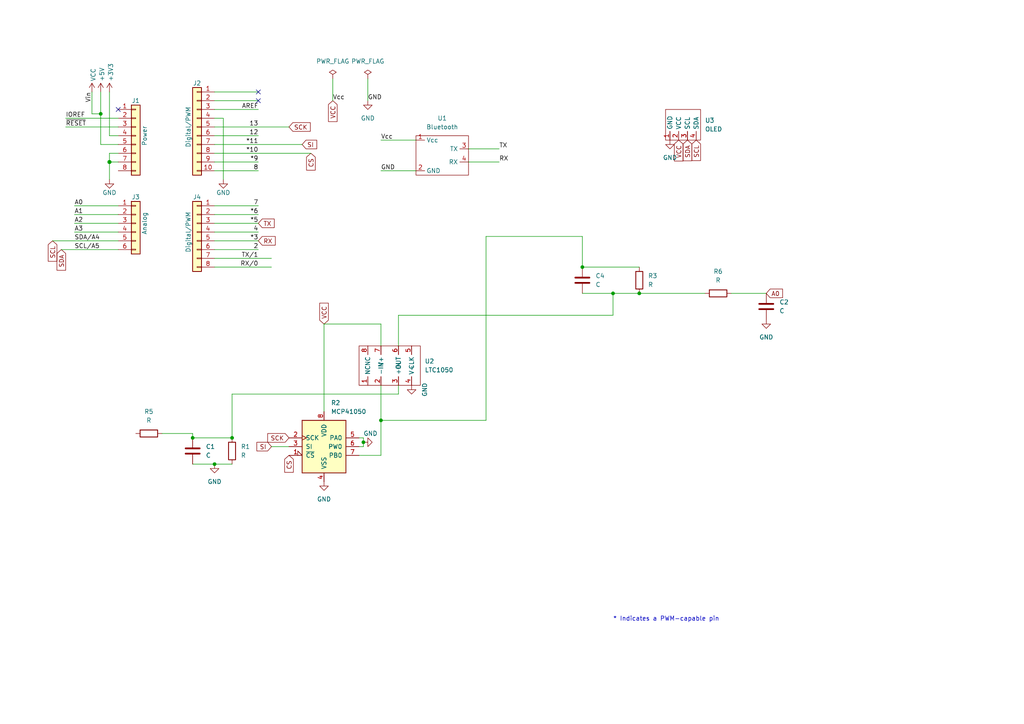
<source format=kicad_sch>
(kicad_sch (version 20211123) (generator eeschema)

  (uuid e63e39d7-6ac0-4ffd-8aa3-1841a4541b55)

  (paper "A4")

  (title_block
    (date "mar. 31 mars 2015")
  )

  (lib_symbols
    (symbol "Connector_Generic:Conn_01x06" (pin_names (offset 1.016) hide) (in_bom yes) (on_board yes)
      (property "Reference" "J" (id 0) (at 0 7.62 0)
        (effects (font (size 1.27 1.27)))
      )
      (property "Value" "Conn_01x06" (id 1) (at 0 -10.16 0)
        (effects (font (size 1.27 1.27)))
      )
      (property "Footprint" "" (id 2) (at 0 0 0)
        (effects (font (size 1.27 1.27)) hide)
      )
      (property "Datasheet" "~" (id 3) (at 0 0 0)
        (effects (font (size 1.27 1.27)) hide)
      )
      (property "ki_keywords" "connector" (id 4) (at 0 0 0)
        (effects (font (size 1.27 1.27)) hide)
      )
      (property "ki_description" "Generic connector, single row, 01x06, script generated (kicad-library-utils/schlib/autogen/connector/)" (id 5) (at 0 0 0)
        (effects (font (size 1.27 1.27)) hide)
      )
      (property "ki_fp_filters" "Connector*:*_1x??_*" (id 6) (at 0 0 0)
        (effects (font (size 1.27 1.27)) hide)
      )
      (symbol "Conn_01x06_1_1"
        (rectangle (start -1.27 -7.493) (end 0 -7.747)
          (stroke (width 0.1524) (type default) (color 0 0 0 0))
          (fill (type none))
        )
        (rectangle (start -1.27 -4.953) (end 0 -5.207)
          (stroke (width 0.1524) (type default) (color 0 0 0 0))
          (fill (type none))
        )
        (rectangle (start -1.27 -2.413) (end 0 -2.667)
          (stroke (width 0.1524) (type default) (color 0 0 0 0))
          (fill (type none))
        )
        (rectangle (start -1.27 0.127) (end 0 -0.127)
          (stroke (width 0.1524) (type default) (color 0 0 0 0))
          (fill (type none))
        )
        (rectangle (start -1.27 2.667) (end 0 2.413)
          (stroke (width 0.1524) (type default) (color 0 0 0 0))
          (fill (type none))
        )
        (rectangle (start -1.27 5.207) (end 0 4.953)
          (stroke (width 0.1524) (type default) (color 0 0 0 0))
          (fill (type none))
        )
        (rectangle (start -1.27 6.35) (end 1.27 -8.89)
          (stroke (width 0.254) (type default) (color 0 0 0 0))
          (fill (type background))
        )
        (pin passive line (at -5.08 5.08 0) (length 3.81)
          (name "Pin_1" (effects (font (size 1.27 1.27))))
          (number "1" (effects (font (size 1.27 1.27))))
        )
        (pin passive line (at -5.08 2.54 0) (length 3.81)
          (name "Pin_2" (effects (font (size 1.27 1.27))))
          (number "2" (effects (font (size 1.27 1.27))))
        )
        (pin passive line (at -5.08 0 0) (length 3.81)
          (name "Pin_3" (effects (font (size 1.27 1.27))))
          (number "3" (effects (font (size 1.27 1.27))))
        )
        (pin passive line (at -5.08 -2.54 0) (length 3.81)
          (name "Pin_4" (effects (font (size 1.27 1.27))))
          (number "4" (effects (font (size 1.27 1.27))))
        )
        (pin passive line (at -5.08 -5.08 0) (length 3.81)
          (name "Pin_5" (effects (font (size 1.27 1.27))))
          (number "5" (effects (font (size 1.27 1.27))))
        )
        (pin passive line (at -5.08 -7.62 0) (length 3.81)
          (name "Pin_6" (effects (font (size 1.27 1.27))))
          (number "6" (effects (font (size 1.27 1.27))))
        )
      )
    )
    (symbol "Connector_Generic:Conn_01x08" (pin_names (offset 1.016) hide) (in_bom yes) (on_board yes)
      (property "Reference" "J" (id 0) (at 0 10.16 0)
        (effects (font (size 1.27 1.27)))
      )
      (property "Value" "Conn_01x08" (id 1) (at 0 -12.7 0)
        (effects (font (size 1.27 1.27)))
      )
      (property "Footprint" "" (id 2) (at 0 0 0)
        (effects (font (size 1.27 1.27)) hide)
      )
      (property "Datasheet" "~" (id 3) (at 0 0 0)
        (effects (font (size 1.27 1.27)) hide)
      )
      (property "ki_keywords" "connector" (id 4) (at 0 0 0)
        (effects (font (size 1.27 1.27)) hide)
      )
      (property "ki_description" "Generic connector, single row, 01x08, script generated (kicad-library-utils/schlib/autogen/connector/)" (id 5) (at 0 0 0)
        (effects (font (size 1.27 1.27)) hide)
      )
      (property "ki_fp_filters" "Connector*:*_1x??_*" (id 6) (at 0 0 0)
        (effects (font (size 1.27 1.27)) hide)
      )
      (symbol "Conn_01x08_1_1"
        (rectangle (start -1.27 -10.033) (end 0 -10.287)
          (stroke (width 0.1524) (type default) (color 0 0 0 0))
          (fill (type none))
        )
        (rectangle (start -1.27 -7.493) (end 0 -7.747)
          (stroke (width 0.1524) (type default) (color 0 0 0 0))
          (fill (type none))
        )
        (rectangle (start -1.27 -4.953) (end 0 -5.207)
          (stroke (width 0.1524) (type default) (color 0 0 0 0))
          (fill (type none))
        )
        (rectangle (start -1.27 -2.413) (end 0 -2.667)
          (stroke (width 0.1524) (type default) (color 0 0 0 0))
          (fill (type none))
        )
        (rectangle (start -1.27 0.127) (end 0 -0.127)
          (stroke (width 0.1524) (type default) (color 0 0 0 0))
          (fill (type none))
        )
        (rectangle (start -1.27 2.667) (end 0 2.413)
          (stroke (width 0.1524) (type default) (color 0 0 0 0))
          (fill (type none))
        )
        (rectangle (start -1.27 5.207) (end 0 4.953)
          (stroke (width 0.1524) (type default) (color 0 0 0 0))
          (fill (type none))
        )
        (rectangle (start -1.27 7.747) (end 0 7.493)
          (stroke (width 0.1524) (type default) (color 0 0 0 0))
          (fill (type none))
        )
        (rectangle (start -1.27 8.89) (end 1.27 -11.43)
          (stroke (width 0.254) (type default) (color 0 0 0 0))
          (fill (type background))
        )
        (pin passive line (at -5.08 7.62 0) (length 3.81)
          (name "Pin_1" (effects (font (size 1.27 1.27))))
          (number "1" (effects (font (size 1.27 1.27))))
        )
        (pin passive line (at -5.08 5.08 0) (length 3.81)
          (name "Pin_2" (effects (font (size 1.27 1.27))))
          (number "2" (effects (font (size 1.27 1.27))))
        )
        (pin passive line (at -5.08 2.54 0) (length 3.81)
          (name "Pin_3" (effects (font (size 1.27 1.27))))
          (number "3" (effects (font (size 1.27 1.27))))
        )
        (pin passive line (at -5.08 0 0) (length 3.81)
          (name "Pin_4" (effects (font (size 1.27 1.27))))
          (number "4" (effects (font (size 1.27 1.27))))
        )
        (pin passive line (at -5.08 -2.54 0) (length 3.81)
          (name "Pin_5" (effects (font (size 1.27 1.27))))
          (number "5" (effects (font (size 1.27 1.27))))
        )
        (pin passive line (at -5.08 -5.08 0) (length 3.81)
          (name "Pin_6" (effects (font (size 1.27 1.27))))
          (number "6" (effects (font (size 1.27 1.27))))
        )
        (pin passive line (at -5.08 -7.62 0) (length 3.81)
          (name "Pin_7" (effects (font (size 1.27 1.27))))
          (number "7" (effects (font (size 1.27 1.27))))
        )
        (pin passive line (at -5.08 -10.16 0) (length 3.81)
          (name "Pin_8" (effects (font (size 1.27 1.27))))
          (number "8" (effects (font (size 1.27 1.27))))
        )
      )
    )
    (symbol "Connector_Generic:Conn_01x10" (pin_names (offset 1.016) hide) (in_bom yes) (on_board yes)
      (property "Reference" "J" (id 0) (at 0 12.7 0)
        (effects (font (size 1.27 1.27)))
      )
      (property "Value" "Conn_01x10" (id 1) (at 0 -15.24 0)
        (effects (font (size 1.27 1.27)))
      )
      (property "Footprint" "" (id 2) (at 0 0 0)
        (effects (font (size 1.27 1.27)) hide)
      )
      (property "Datasheet" "~" (id 3) (at 0 0 0)
        (effects (font (size 1.27 1.27)) hide)
      )
      (property "ki_keywords" "connector" (id 4) (at 0 0 0)
        (effects (font (size 1.27 1.27)) hide)
      )
      (property "ki_description" "Generic connector, single row, 01x10, script generated (kicad-library-utils/schlib/autogen/connector/)" (id 5) (at 0 0 0)
        (effects (font (size 1.27 1.27)) hide)
      )
      (property "ki_fp_filters" "Connector*:*_1x??_*" (id 6) (at 0 0 0)
        (effects (font (size 1.27 1.27)) hide)
      )
      (symbol "Conn_01x10_1_1"
        (rectangle (start -1.27 -12.573) (end 0 -12.827)
          (stroke (width 0.1524) (type default) (color 0 0 0 0))
          (fill (type none))
        )
        (rectangle (start -1.27 -10.033) (end 0 -10.287)
          (stroke (width 0.1524) (type default) (color 0 0 0 0))
          (fill (type none))
        )
        (rectangle (start -1.27 -7.493) (end 0 -7.747)
          (stroke (width 0.1524) (type default) (color 0 0 0 0))
          (fill (type none))
        )
        (rectangle (start -1.27 -4.953) (end 0 -5.207)
          (stroke (width 0.1524) (type default) (color 0 0 0 0))
          (fill (type none))
        )
        (rectangle (start -1.27 -2.413) (end 0 -2.667)
          (stroke (width 0.1524) (type default) (color 0 0 0 0))
          (fill (type none))
        )
        (rectangle (start -1.27 0.127) (end 0 -0.127)
          (stroke (width 0.1524) (type default) (color 0 0 0 0))
          (fill (type none))
        )
        (rectangle (start -1.27 2.667) (end 0 2.413)
          (stroke (width 0.1524) (type default) (color 0 0 0 0))
          (fill (type none))
        )
        (rectangle (start -1.27 5.207) (end 0 4.953)
          (stroke (width 0.1524) (type default) (color 0 0 0 0))
          (fill (type none))
        )
        (rectangle (start -1.27 7.747) (end 0 7.493)
          (stroke (width 0.1524) (type default) (color 0 0 0 0))
          (fill (type none))
        )
        (rectangle (start -1.27 10.287) (end 0 10.033)
          (stroke (width 0.1524) (type default) (color 0 0 0 0))
          (fill (type none))
        )
        (rectangle (start -1.27 11.43) (end 1.27 -13.97)
          (stroke (width 0.254) (type default) (color 0 0 0 0))
          (fill (type background))
        )
        (pin passive line (at -5.08 10.16 0) (length 3.81)
          (name "Pin_1" (effects (font (size 1.27 1.27))))
          (number "1" (effects (font (size 1.27 1.27))))
        )
        (pin passive line (at -5.08 -12.7 0) (length 3.81)
          (name "Pin_10" (effects (font (size 1.27 1.27))))
          (number "10" (effects (font (size 1.27 1.27))))
        )
        (pin passive line (at -5.08 7.62 0) (length 3.81)
          (name "Pin_2" (effects (font (size 1.27 1.27))))
          (number "2" (effects (font (size 1.27 1.27))))
        )
        (pin passive line (at -5.08 5.08 0) (length 3.81)
          (name "Pin_3" (effects (font (size 1.27 1.27))))
          (number "3" (effects (font (size 1.27 1.27))))
        )
        (pin passive line (at -5.08 2.54 0) (length 3.81)
          (name "Pin_4" (effects (font (size 1.27 1.27))))
          (number "4" (effects (font (size 1.27 1.27))))
        )
        (pin passive line (at -5.08 0 0) (length 3.81)
          (name "Pin_5" (effects (font (size 1.27 1.27))))
          (number "5" (effects (font (size 1.27 1.27))))
        )
        (pin passive line (at -5.08 -2.54 0) (length 3.81)
          (name "Pin_6" (effects (font (size 1.27 1.27))))
          (number "6" (effects (font (size 1.27 1.27))))
        )
        (pin passive line (at -5.08 -5.08 0) (length 3.81)
          (name "Pin_7" (effects (font (size 1.27 1.27))))
          (number "7" (effects (font (size 1.27 1.27))))
        )
        (pin passive line (at -5.08 -7.62 0) (length 3.81)
          (name "Pin_8" (effects (font (size 1.27 1.27))))
          (number "8" (effects (font (size 1.27 1.27))))
        )
        (pin passive line (at -5.08 -10.16 0) (length 3.81)
          (name "Pin_9" (effects (font (size 1.27 1.27))))
          (number "9" (effects (font (size 1.27 1.27))))
        )
      )
    )
    (symbol "Device:C" (pin_numbers hide) (pin_names (offset 0.254)) (in_bom yes) (on_board yes)
      (property "Reference" "C" (id 0) (at 0.635 2.54 0)
        (effects (font (size 1.27 1.27)) (justify left))
      )
      (property "Value" "C" (id 1) (at 0.635 -2.54 0)
        (effects (font (size 1.27 1.27)) (justify left))
      )
      (property "Footprint" "" (id 2) (at 0.9652 -3.81 0)
        (effects (font (size 1.27 1.27)) hide)
      )
      (property "Datasheet" "~" (id 3) (at 0 0 0)
        (effects (font (size 1.27 1.27)) hide)
      )
      (property "ki_keywords" "cap capacitor" (id 4) (at 0 0 0)
        (effects (font (size 1.27 1.27)) hide)
      )
      (property "ki_description" "Unpolarized capacitor" (id 5) (at 0 0 0)
        (effects (font (size 1.27 1.27)) hide)
      )
      (property "ki_fp_filters" "C_*" (id 6) (at 0 0 0)
        (effects (font (size 1.27 1.27)) hide)
      )
      (symbol "C_0_1"
        (polyline
          (pts
            (xy -2.032 -0.762)
            (xy 2.032 -0.762)
          )
          (stroke (width 0.508) (type default) (color 0 0 0 0))
          (fill (type none))
        )
        (polyline
          (pts
            (xy -2.032 0.762)
            (xy 2.032 0.762)
          )
          (stroke (width 0.508) (type default) (color 0 0 0 0))
          (fill (type none))
        )
      )
      (symbol "C_1_1"
        (pin passive line (at 0 3.81 270) (length 2.794)
          (name "~" (effects (font (size 1.27 1.27))))
          (number "1" (effects (font (size 1.27 1.27))))
        )
        (pin passive line (at 0 -3.81 90) (length 2.794)
          (name "~" (effects (font (size 1.27 1.27))))
          (number "2" (effects (font (size 1.27 1.27))))
        )
      )
    )
    (symbol "Device:R" (pin_numbers hide) (pin_names (offset 0)) (in_bom yes) (on_board yes)
      (property "Reference" "R" (id 0) (at 2.032 0 90)
        (effects (font (size 1.27 1.27)))
      )
      (property "Value" "R" (id 1) (at 0 0 90)
        (effects (font (size 1.27 1.27)))
      )
      (property "Footprint" "" (id 2) (at -1.778 0 90)
        (effects (font (size 1.27 1.27)) hide)
      )
      (property "Datasheet" "~" (id 3) (at 0 0 0)
        (effects (font (size 1.27 1.27)) hide)
      )
      (property "ki_keywords" "R res resistor" (id 4) (at 0 0 0)
        (effects (font (size 1.27 1.27)) hide)
      )
      (property "ki_description" "Resistor" (id 5) (at 0 0 0)
        (effects (font (size 1.27 1.27)) hide)
      )
      (property "ki_fp_filters" "R_*" (id 6) (at 0 0 0)
        (effects (font (size 1.27 1.27)) hide)
      )
      (symbol "R_0_1"
        (rectangle (start -1.016 -2.54) (end 1.016 2.54)
          (stroke (width 0.254) (type default) (color 0 0 0 0))
          (fill (type none))
        )
      )
      (symbol "R_1_1"
        (pin passive line (at 0 3.81 270) (length 1.27)
          (name "~" (effects (font (size 1.27 1.27))))
          (number "1" (effects (font (size 1.27 1.27))))
        )
        (pin passive line (at 0 -3.81 90) (length 1.27)
          (name "~" (effects (font (size 1.27 1.27))))
          (number "2" (effects (font (size 1.27 1.27))))
        )
      )
    )
    (symbol "Librairie_Ampli:LTC1050" (in_bom yes) (on_board yes)
      (property "Reference" "U" (id 0) (at 0 0 0)
        (effects (font (size 1.27 1.27)))
      )
      (property "Value" "LTC1050" (id 1) (at 0 2.54 0)
        (effects (font (size 1.27 1.27)))
      )
      (property "Footprint" "" (id 2) (at 0 0 0)
        (effects (font (size 1.27 1.27)) hide)
      )
      (property "Datasheet" "" (id 3) (at 0 0 0)
        (effects (font (size 1.27 1.27)) hide)
      )
      (symbol "LTC1050_0_1"
        (rectangle (start -8.89 6.35) (end 8.89 -5.08)
          (stroke (width 0) (type default) (color 0 0 0 0))
          (fill (type none))
        )
      )
      (symbol "LTC1050_1_1"
        (pin bidirectional line (at -6.35 -5.08 90) (length 2.54)
          (name "NC" (effects (font (size 1.27 1.27))))
          (number "1" (effects (font (size 1.27 1.27))))
        )
        (pin bidirectional line (at -2.54 -5.08 90) (length 2.54)
          (name "-IN" (effects (font (size 1.27 1.27))))
          (number "2" (effects (font (size 1.27 1.27))))
        )
        (pin bidirectional line (at 2.54 -5.08 90) (length 2.54)
          (name "+IN" (effects (font (size 1.27 1.27))))
          (number "3" (effects (font (size 1.27 1.27))))
        )
        (pin bidirectional line (at 6.35 -5.08 90) (length 2.54)
          (name "V-" (effects (font (size 1.27 1.27))))
          (number "4" (effects (font (size 1.27 1.27))))
        )
        (pin bidirectional line (at 6.35 6.35 270) (length 2.54)
          (name "CLK" (effects (font (size 1.27 1.27))))
          (number "5" (effects (font (size 1.27 1.27))))
        )
        (pin bidirectional line (at 2.54 6.35 270) (length 2.54)
          (name "OUT" (effects (font (size 1.27 1.27))))
          (number "6" (effects (font (size 1.27 1.27))))
        )
        (pin bidirectional line (at -2.54 6.35 270) (length 2.54)
          (name "V+" (effects (font (size 1.27 1.27))))
          (number "7" (effects (font (size 1.27 1.27))))
        )
        (pin bidirectional line (at -6.35 6.35 270) (length 2.54)
          (name "NC" (effects (font (size 1.27 1.27))))
          (number "8" (effects (font (size 1.27 1.27))))
        )
      )
    )
    (symbol "Librairie_OLED:OLED" (in_bom yes) (on_board yes)
      (property "Reference" "U" (id 0) (at 0 6.35 0)
        (effects (font (size 1.27 1.27)))
      )
      (property "Value" "OLED" (id 1) (at 0 3.81 0)
        (effects (font (size 1.27 1.27)))
      )
      (property "Footprint" "" (id 2) (at 0 0 0)
        (effects (font (size 1.27 1.27)) hide)
      )
      (property "Datasheet" "" (id 3) (at 0 0 0)
        (effects (font (size 1.27 1.27)) hide)
      )
      (symbol "OLED_0_1"
        (rectangle (start -5.08 5.08) (end 5.08 -3.81)
          (stroke (width 0) (type default) (color 0 0 0 0))
          (fill (type none))
        )
      )
      (symbol "OLED_1_1"
        (pin bidirectional line (at -3.81 -3.81 90) (length 2.54)
          (name "GND" (effects (font (size 1.27 1.27))))
          (number "1" (effects (font (size 1.27 1.27))))
        )
        (pin bidirectional line (at -1.27 -3.81 90) (length 2.54)
          (name "VCC" (effects (font (size 1.27 1.27))))
          (number "2" (effects (font (size 1.27 1.27))))
        )
        (pin bidirectional line (at 1.27 -3.81 90) (length 2.54)
          (name "SCL" (effects (font (size 1.27 1.27))))
          (number "3" (effects (font (size 1.27 1.27))))
        )
        (pin bidirectional line (at 3.81 -3.81 90) (length 2.54)
          (name "SDA" (effects (font (size 1.27 1.27))))
          (number "4" (effects (font (size 1.27 1.27))))
        )
      )
    )
    (symbol "Librairie_capteur_graphite:Bluetooth" (in_bom yes) (on_board yes)
      (property "Reference" "U" (id 0) (at 0 7.62 0)
        (effects (font (size 1.27 1.27)))
      )
      (property "Value" "Bluetooth" (id 1) (at 0 0 0)
        (effects (font (size 1.27 1.27)))
      )
      (property "Footprint" "" (id 2) (at 0 0 0)
        (effects (font (size 1.27 1.27)) hide)
      )
      (property "Datasheet" "" (id 3) (at 0 0 0)
        (effects (font (size 1.27 1.27)) hide)
      )
      (symbol "Bluetooth_0_1"
        (rectangle (start -7.62 6.35) (end 7.62 -5.08)
          (stroke (width 0) (type default) (color 0 0 0 0))
          (fill (type none))
        )
      )
      (symbol "Bluetooth_1_1"
        (pin bidirectional line (at -7.62 5.08 0) (length 2.54)
          (name "Vcc" (effects (font (size 1.27 1.27))))
          (number "1" (effects (font (size 1.27 1.27))))
        )
        (pin bidirectional line (at -7.62 -3.81 0) (length 2.54)
          (name "GND" (effects (font (size 1.27 1.27))))
          (number "2" (effects (font (size 1.27 1.27))))
        )
        (pin bidirectional line (at 7.62 2.54 180) (length 2.54)
          (name "TX" (effects (font (size 1.27 1.27))))
          (number "3" (effects (font (size 1.27 1.27))))
        )
        (pin bidirectional line (at 7.62 -1.27 180) (length 2.54)
          (name "RX" (effects (font (size 1.27 1.27))))
          (number "4" (effects (font (size 1.27 1.27))))
        )
      )
    )
    (symbol "Potentiometer_Digital:MCP41050" (pin_names (offset 1.016)) (in_bom yes) (on_board yes)
      (property "Reference" "U" (id 0) (at -6.35 8.89 0)
        (effects (font (size 1.27 1.27)) (justify left))
      )
      (property "Value" "MCP41050" (id 1) (at 1.27 8.89 0)
        (effects (font (size 1.27 1.27)) (justify left))
      )
      (property "Footprint" "" (id 2) (at 0 0 0)
        (effects (font (size 1.27 1.27)) hide)
      )
      (property "Datasheet" "http://ww1.microchip.com/downloads/en/DeviceDoc/11195c.pdf" (id 3) (at 0 0 0)
        (effects (font (size 1.27 1.27)) hide)
      )
      (property "ki_keywords" "R POT" (id 4) (at 0 0 0)
        (effects (font (size 1.27 1.27)) hide)
      )
      (property "ki_description" "Single Digital Potentiometer, SPI interface, 256 taps, 50 kohm" (id 5) (at 0 0 0)
        (effects (font (size 1.27 1.27)) hide)
      )
      (property "ki_fp_filters" "DIP*W7.62mm* SOIC*P1.27mm*" (id 6) (at 0 0 0)
        (effects (font (size 1.27 1.27)) hide)
      )
      (symbol "MCP41050_0_1"
        (rectangle (start -6.35 7.62) (end 6.35 -7.62)
          (stroke (width 0.254) (type default) (color 0 0 0 0))
          (fill (type background))
        )
      )
      (symbol "MCP41050_1_1"
        (pin input input_low (at -10.16 -2.54 0) (length 3.81)
          (name "~{CS}" (effects (font (size 1.27 1.27))))
          (number "1" (effects (font (size 1.27 1.27))))
        )
        (pin passive clock (at -10.16 2.54 0) (length 3.81)
          (name "SCK" (effects (font (size 1.27 1.27))))
          (number "2" (effects (font (size 1.27 1.27))))
        )
        (pin input line (at -10.16 0 0) (length 3.81)
          (name "SI" (effects (font (size 1.27 1.27))))
          (number "3" (effects (font (size 1.27 1.27))))
        )
        (pin power_in line (at 0 -10.16 90) (length 2.54)
          (name "VSS" (effects (font (size 1.27 1.27))))
          (number "4" (effects (font (size 1.27 1.27))))
        )
        (pin passive line (at 10.16 2.54 180) (length 3.81)
          (name "PA0" (effects (font (size 1.27 1.27))))
          (number "5" (effects (font (size 1.27 1.27))))
        )
        (pin passive line (at 10.16 0 180) (length 3.81)
          (name "PW0" (effects (font (size 1.27 1.27))))
          (number "6" (effects (font (size 1.27 1.27))))
        )
        (pin passive line (at 10.16 -2.54 180) (length 3.81)
          (name "PB0" (effects (font (size 1.27 1.27))))
          (number "7" (effects (font (size 1.27 1.27))))
        )
        (pin power_in line (at 0 10.16 270) (length 2.54)
          (name "VDD" (effects (font (size 1.27 1.27))))
          (number "8" (effects (font (size 1.27 1.27))))
        )
      )
    )
    (symbol "power:+3V3" (power) (pin_names (offset 0)) (in_bom yes) (on_board yes)
      (property "Reference" "#PWR" (id 0) (at 0 -3.81 0)
        (effects (font (size 1.27 1.27)) hide)
      )
      (property "Value" "+3V3" (id 1) (at 0 3.556 0)
        (effects (font (size 1.27 1.27)))
      )
      (property "Footprint" "" (id 2) (at 0 0 0)
        (effects (font (size 1.27 1.27)) hide)
      )
      (property "Datasheet" "" (id 3) (at 0 0 0)
        (effects (font (size 1.27 1.27)) hide)
      )
      (property "ki_keywords" "power-flag" (id 4) (at 0 0 0)
        (effects (font (size 1.27 1.27)) hide)
      )
      (property "ki_description" "Power symbol creates a global label with name \"+3V3\"" (id 5) (at 0 0 0)
        (effects (font (size 1.27 1.27)) hide)
      )
      (symbol "+3V3_0_1"
        (polyline
          (pts
            (xy -0.762 1.27)
            (xy 0 2.54)
          )
          (stroke (width 0) (type default) (color 0 0 0 0))
          (fill (type none))
        )
        (polyline
          (pts
            (xy 0 0)
            (xy 0 2.54)
          )
          (stroke (width 0) (type default) (color 0 0 0 0))
          (fill (type none))
        )
        (polyline
          (pts
            (xy 0 2.54)
            (xy 0.762 1.27)
          )
          (stroke (width 0) (type default) (color 0 0 0 0))
          (fill (type none))
        )
      )
      (symbol "+3V3_1_1"
        (pin power_in line (at 0 0 90) (length 0) hide
          (name "+3V3" (effects (font (size 1.27 1.27))))
          (number "1" (effects (font (size 1.27 1.27))))
        )
      )
    )
    (symbol "power:+5V" (power) (pin_names (offset 0)) (in_bom yes) (on_board yes)
      (property "Reference" "#PWR" (id 0) (at 0 -3.81 0)
        (effects (font (size 1.27 1.27)) hide)
      )
      (property "Value" "+5V" (id 1) (at 0 3.556 0)
        (effects (font (size 1.27 1.27)))
      )
      (property "Footprint" "" (id 2) (at 0 0 0)
        (effects (font (size 1.27 1.27)) hide)
      )
      (property "Datasheet" "" (id 3) (at 0 0 0)
        (effects (font (size 1.27 1.27)) hide)
      )
      (property "ki_keywords" "power-flag" (id 4) (at 0 0 0)
        (effects (font (size 1.27 1.27)) hide)
      )
      (property "ki_description" "Power symbol creates a global label with name \"+5V\"" (id 5) (at 0 0 0)
        (effects (font (size 1.27 1.27)) hide)
      )
      (symbol "+5V_0_1"
        (polyline
          (pts
            (xy -0.762 1.27)
            (xy 0 2.54)
          )
          (stroke (width 0) (type default) (color 0 0 0 0))
          (fill (type none))
        )
        (polyline
          (pts
            (xy 0 0)
            (xy 0 2.54)
          )
          (stroke (width 0) (type default) (color 0 0 0 0))
          (fill (type none))
        )
        (polyline
          (pts
            (xy 0 2.54)
            (xy 0.762 1.27)
          )
          (stroke (width 0) (type default) (color 0 0 0 0))
          (fill (type none))
        )
      )
      (symbol "+5V_1_1"
        (pin power_in line (at 0 0 90) (length 0) hide
          (name "+5V" (effects (font (size 1.27 1.27))))
          (number "1" (effects (font (size 1.27 1.27))))
        )
      )
    )
    (symbol "power:GND" (power) (pin_names (offset 0)) (in_bom yes) (on_board yes)
      (property "Reference" "#PWR" (id 0) (at 0 -6.35 0)
        (effects (font (size 1.27 1.27)) hide)
      )
      (property "Value" "GND" (id 1) (at 0 -3.81 0)
        (effects (font (size 1.27 1.27)))
      )
      (property "Footprint" "" (id 2) (at 0 0 0)
        (effects (font (size 1.27 1.27)) hide)
      )
      (property "Datasheet" "" (id 3) (at 0 0 0)
        (effects (font (size 1.27 1.27)) hide)
      )
      (property "ki_keywords" "power-flag" (id 4) (at 0 0 0)
        (effects (font (size 1.27 1.27)) hide)
      )
      (property "ki_description" "Power symbol creates a global label with name \"GND\" , ground" (id 5) (at 0 0 0)
        (effects (font (size 1.27 1.27)) hide)
      )
      (symbol "GND_0_1"
        (polyline
          (pts
            (xy 0 0)
            (xy 0 -1.27)
            (xy 1.27 -1.27)
            (xy 0 -2.54)
            (xy -1.27 -1.27)
            (xy 0 -1.27)
          )
          (stroke (width 0) (type default) (color 0 0 0 0))
          (fill (type none))
        )
      )
      (symbol "GND_1_1"
        (pin power_in line (at 0 0 270) (length 0) hide
          (name "GND" (effects (font (size 1.27 1.27))))
          (number "1" (effects (font (size 1.27 1.27))))
        )
      )
    )
    (symbol "power:PWR_FLAG" (power) (pin_numbers hide) (pin_names (offset 0) hide) (in_bom yes) (on_board yes)
      (property "Reference" "#FLG" (id 0) (at 0 1.905 0)
        (effects (font (size 1.27 1.27)) hide)
      )
      (property "Value" "PWR_FLAG" (id 1) (at 0 3.81 0)
        (effects (font (size 1.27 1.27)))
      )
      (property "Footprint" "" (id 2) (at 0 0 0)
        (effects (font (size 1.27 1.27)) hide)
      )
      (property "Datasheet" "~" (id 3) (at 0 0 0)
        (effects (font (size 1.27 1.27)) hide)
      )
      (property "ki_keywords" "power-flag" (id 4) (at 0 0 0)
        (effects (font (size 1.27 1.27)) hide)
      )
      (property "ki_description" "Special symbol for telling ERC where power comes from" (id 5) (at 0 0 0)
        (effects (font (size 1.27 1.27)) hide)
      )
      (symbol "PWR_FLAG_0_0"
        (pin power_out line (at 0 0 90) (length 0)
          (name "pwr" (effects (font (size 1.27 1.27))))
          (number "1" (effects (font (size 1.27 1.27))))
        )
      )
      (symbol "PWR_FLAG_0_1"
        (polyline
          (pts
            (xy 0 0)
            (xy 0 1.27)
            (xy -1.016 1.905)
            (xy 0 2.54)
            (xy 1.016 1.905)
            (xy 0 1.27)
          )
          (stroke (width 0) (type default) (color 0 0 0 0))
          (fill (type none))
        )
      )
    )
    (symbol "power:VCC" (power) (pin_names (offset 0)) (in_bom yes) (on_board yes)
      (property "Reference" "#PWR" (id 0) (at 0 -3.81 0)
        (effects (font (size 1.27 1.27)) hide)
      )
      (property "Value" "VCC" (id 1) (at 0 3.81 0)
        (effects (font (size 1.27 1.27)))
      )
      (property "Footprint" "" (id 2) (at 0 0 0)
        (effects (font (size 1.27 1.27)) hide)
      )
      (property "Datasheet" "" (id 3) (at 0 0 0)
        (effects (font (size 1.27 1.27)) hide)
      )
      (property "ki_keywords" "power-flag" (id 4) (at 0 0 0)
        (effects (font (size 1.27 1.27)) hide)
      )
      (property "ki_description" "Power symbol creates a global label with name \"VCC\"" (id 5) (at 0 0 0)
        (effects (font (size 1.27 1.27)) hide)
      )
      (symbol "VCC_0_1"
        (polyline
          (pts
            (xy -0.762 1.27)
            (xy 0 2.54)
          )
          (stroke (width 0) (type default) (color 0 0 0 0))
          (fill (type none))
        )
        (polyline
          (pts
            (xy 0 0)
            (xy 0 2.54)
          )
          (stroke (width 0) (type default) (color 0 0 0 0))
          (fill (type none))
        )
        (polyline
          (pts
            (xy 0 2.54)
            (xy 0.762 1.27)
          )
          (stroke (width 0) (type default) (color 0 0 0 0))
          (fill (type none))
        )
      )
      (symbol "VCC_1_1"
        (pin power_in line (at 0 0 90) (length 0) hide
          (name "VCC" (effects (font (size 1.27 1.27))))
          (number "1" (effects (font (size 1.27 1.27))))
        )
      )
    )
  )

  (junction (at 62.23 134.62) (diameter 0) (color 0 0 0 0)
    (uuid 272db6c8-46d1-47ea-960f-ab5a88eaa60b)
  )
  (junction (at 31.75 46.99) (diameter 1.016) (color 0 0 0 0)
    (uuid 3dcc657b-55a1-48e0-9667-e01e7b6b08b5)
  )
  (junction (at 185.42 85.09) (diameter 0) (color 0 0 0 0)
    (uuid 669e13e3-aad8-46f6-8352-ec805038b0c8)
  )
  (junction (at 29.21 33.02) (diameter 0) (color 0 0 0 0)
    (uuid 7692bd59-7656-4310-bdc7-d9f891930de8)
  )
  (junction (at 110.49 121.92) (diameter 0) (color 0 0 0 0)
    (uuid 8af08f9d-eb43-4140-996f-ff6ebaf034c3)
  )
  (junction (at 105.41 128.27) (diameter 0) (color 0 0 0 0)
    (uuid ad7f08b5-caee-4a4c-ae62-ccf982113733)
  )
  (junction (at 177.8 85.09) (diameter 0) (color 0 0 0 0)
    (uuid df054d06-b5cb-4b92-b83d-161fb7454665)
  )
  (junction (at 55.88 127) (diameter 0) (color 0 0 0 0)
    (uuid df96fe89-20f0-4117-a122-90b8b16fd7db)
  )
  (junction (at 168.91 77.47) (diameter 0) (color 0 0 0 0)
    (uuid f0cbba6b-9cbd-4be8-8abb-f5b1f74262bb)
  )
  (junction (at 67.31 127) (diameter 0) (color 0 0 0 0)
    (uuid f5bc3530-5961-443d-94a1-41585546af93)
  )

  (no_connect (at 74.93 26.67) (uuid b79ef7ea-f5ec-4e8c-bf72-871e11a00186))
  (no_connect (at 74.93 29.21) (uuid b79ef7ea-f5ec-4e8c-bf72-871e11a00187))
  (no_connect (at 34.29 31.75) (uuid d181157c-7812-47e5-a0cf-9580c905fc86))

  (wire (pts (xy 62.23 77.47) (xy 78.74 77.47))
    (stroke (width 0) (type solid) (color 0 0 0 0))
    (uuid 010ba307-2067-49d3-b0fa-6414143f3fc2)
  )
  (wire (pts (xy 62.23 44.45) (xy 90.17 44.45))
    (stroke (width 0) (type solid) (color 0 0 0 0))
    (uuid 09480ba4-37da-45e3-b9fe-6beebf876349)
  )
  (wire (pts (xy 93.98 93.98) (xy 93.98 119.38))
    (stroke (width 0) (type default) (color 0 0 0 0))
    (uuid 098c352f-4e70-47b6-aca3-34f2a608cfe1)
  )
  (wire (pts (xy 110.49 49.53) (xy 120.65 49.53))
    (stroke (width 0) (type default) (color 0 0 0 0))
    (uuid 0aed0607-82c1-4e48-b9f2-a0b8ae7dba3e)
  )
  (wire (pts (xy 110.49 93.98) (xy 110.49 100.33))
    (stroke (width 0) (type default) (color 0 0 0 0))
    (uuid 0bfa671c-e702-43b9-b5bc-5c80cc733b56)
  )
  (wire (pts (xy 62.23 26.67) (xy 74.93 26.67))
    (stroke (width 0) (type solid) (color 0 0 0 0))
    (uuid 0f5d2189-4ead-42fa-8f7a-cfa3af4de132)
  )
  (wire (pts (xy 177.8 85.09) (xy 185.42 85.09))
    (stroke (width 0) (type default) (color 0 0 0 0))
    (uuid 167b574f-9a3d-4395-a4a5-639a9685c62f)
  )
  (wire (pts (xy 31.75 44.45) (xy 31.75 46.99))
    (stroke (width 0) (type solid) (color 0 0 0 0))
    (uuid 1c31b835-925f-4a5c-92df-8f2558bb711b)
  )
  (wire (pts (xy 17.78 72.39) (xy 34.29 72.39))
    (stroke (width 0) (type solid) (color 0 0 0 0))
    (uuid 20854542-d0b0-4be7-af02-0e5fceb34e01)
  )
  (wire (pts (xy 105.41 127) (xy 105.41 128.27))
    (stroke (width 0) (type default) (color 0 0 0 0))
    (uuid 2120258a-a740-44c9-abdc-85e0b9bf5cf9)
  )
  (wire (pts (xy 110.49 121.92) (xy 110.49 132.08))
    (stroke (width 0) (type default) (color 0 0 0 0))
    (uuid 223d773c-5ced-488a-89b0-cc7f7d705561)
  )
  (wire (pts (xy 26.67 33.02) (xy 29.21 33.02))
    (stroke (width 0) (type default) (color 0 0 0 0))
    (uuid 286c1f8d-31af-4b7d-8975-f105237cbcf8)
  )
  (wire (pts (xy 29.21 33.02) (xy 29.21 41.91))
    (stroke (width 0) (type solid) (color 0 0 0 0))
    (uuid 2a7e035a-1857-4cee-96c5-612bba191f93)
  )
  (wire (pts (xy 135.89 43.18) (xy 144.78 43.18))
    (stroke (width 0) (type default) (color 0 0 0 0))
    (uuid 2b14b4be-df28-4979-9542-fa9308105aad)
  )
  (wire (pts (xy 31.75 46.99) (xy 31.75 52.07))
    (stroke (width 0) (type solid) (color 0 0 0 0))
    (uuid 2df788b2-ce68-49bc-a497-4b6570a17f30)
  )
  (wire (pts (xy 168.91 77.47) (xy 185.42 77.47))
    (stroke (width 0) (type default) (color 0 0 0 0))
    (uuid 30039887-a6e5-4eec-af90-076b1ec9f96b)
  )
  (wire (pts (xy 115.57 100.33) (xy 115.57 91.44))
    (stroke (width 0) (type default) (color 0 0 0 0))
    (uuid 32688ad8-20d6-4415-8005-ec1bfba025ee)
  )
  (wire (pts (xy 31.75 39.37) (xy 34.29 39.37))
    (stroke (width 0) (type solid) (color 0 0 0 0))
    (uuid 3334b11d-5a13-40b4-a117-d693c543e4ab)
  )
  (wire (pts (xy 29.21 41.91) (xy 34.29 41.91))
    (stroke (width 0) (type solid) (color 0 0 0 0))
    (uuid 3661f80c-fef8-4441-83be-df8930b3b45e)
  )
  (wire (pts (xy 29.21 26.67) (xy 29.21 33.02))
    (stroke (width 0) (type solid) (color 0 0 0 0))
    (uuid 392bf1f6-bf67-427d-8d4c-0a87cb757556)
  )
  (wire (pts (xy 168.91 85.09) (xy 177.8 85.09))
    (stroke (width 0) (type default) (color 0 0 0 0))
    (uuid 3d791233-0c33-4eb8-9a56-93e745f5d8fa)
  )
  (wire (pts (xy 168.91 68.58) (xy 168.91 77.47))
    (stroke (width 0) (type default) (color 0 0 0 0))
    (uuid 3f5ac21e-cbce-48e0-ba13-21a10d57ff55)
  )
  (wire (pts (xy 62.23 36.83) (xy 83.82 36.83))
    (stroke (width 0) (type solid) (color 0 0 0 0))
    (uuid 4227fa6f-c399-4f14-8228-23e39d2b7e7d)
  )
  (wire (pts (xy 31.75 26.67) (xy 31.75 39.37))
    (stroke (width 0) (type solid) (color 0 0 0 0))
    (uuid 442fb4de-4d55-45de-bc27-3e6222ceb890)
  )
  (wire (pts (xy 62.23 59.69) (xy 74.93 59.69))
    (stroke (width 0) (type solid) (color 0 0 0 0))
    (uuid 4455ee2e-5642-42c1-a83b-f7e65fa0c2f1)
  )
  (wire (pts (xy 34.29 59.69) (xy 21.59 59.69))
    (stroke (width 0) (type solid) (color 0 0 0 0))
    (uuid 486ca832-85f4-4989-b0f4-569faf9be534)
  )
  (wire (pts (xy 62.23 39.37) (xy 74.93 39.37))
    (stroke (width 0) (type solid) (color 0 0 0 0))
    (uuid 4a910b57-a5cd-4105-ab4f-bde2a80d4f00)
  )
  (wire (pts (xy 62.23 62.23) (xy 74.93 62.23))
    (stroke (width 0) (type solid) (color 0 0 0 0))
    (uuid 4e60e1af-19bd-45a0-b418-b7030b594dde)
  )
  (wire (pts (xy 83.82 129.54) (xy 78.74 129.54))
    (stroke (width 0) (type default) (color 0 0 0 0))
    (uuid 51b4fa3e-20ab-49f2-86b9-f1c9381f8808)
  )
  (wire (pts (xy 96.52 22.86) (xy 96.52 29.21))
    (stroke (width 0) (type default) (color 0 0 0 0))
    (uuid 5417980a-3547-4785-9105-3aebd22a144f)
  )
  (wire (pts (xy 104.14 132.08) (xy 110.49 132.08))
    (stroke (width 0) (type default) (color 0 0 0 0))
    (uuid 54a31586-de17-4f34-87ba-98a6c5758c28)
  )
  (wire (pts (xy 105.41 128.27) (xy 105.41 129.54))
    (stroke (width 0) (type default) (color 0 0 0 0))
    (uuid 5536c6d8-adcd-452e-9866-cf05f2b4c097)
  )
  (wire (pts (xy 110.49 121.92) (xy 110.49 111.76))
    (stroke (width 0) (type default) (color 0 0 0 0))
    (uuid 5ff299c6-dd94-459e-b93f-83d3d0538e24)
  )
  (wire (pts (xy 62.23 46.99) (xy 74.93 46.99))
    (stroke (width 0) (type solid) (color 0 0 0 0))
    (uuid 63f2b71b-521b-4210-bf06-ed65e330fccc)
  )
  (wire (pts (xy 115.57 114.3) (xy 115.57 111.76))
    (stroke (width 0) (type default) (color 0 0 0 0))
    (uuid 64c1c1b3-23ac-406e-bc97-1926084e2a8a)
  )
  (wire (pts (xy 62.23 67.31) (xy 74.93 67.31))
    (stroke (width 0) (type solid) (color 0 0 0 0))
    (uuid 6bb3ea5f-9e60-4add-9d97-244be2cf61d2)
  )
  (wire (pts (xy 55.88 127) (xy 67.31 127))
    (stroke (width 0) (type default) (color 0 0 0 0))
    (uuid 6d481c52-4362-4ad4-af5e-95bfed945725)
  )
  (wire (pts (xy 19.05 34.29) (xy 34.29 34.29))
    (stroke (width 0) (type solid) (color 0 0 0 0))
    (uuid 73d4774c-1387-4550-b580-a1cc0ac89b89)
  )
  (wire (pts (xy 62.23 134.62) (xy 67.31 134.62))
    (stroke (width 0) (type default) (color 0 0 0 0))
    (uuid 75f14504-b6ed-4c3c-9c8c-5b0b72f0b306)
  )
  (wire (pts (xy 168.91 68.58) (xy 140.97 68.58))
    (stroke (width 0) (type default) (color 0 0 0 0))
    (uuid 81638d61-176e-45dd-9f89-2701a9b941e0)
  )
  (wire (pts (xy 140.97 68.58) (xy 140.97 121.92))
    (stroke (width 0) (type default) (color 0 0 0 0))
    (uuid 83a679a7-1314-4f90-b515-cbae591fa1b9)
  )
  (wire (pts (xy 64.77 34.29) (xy 64.77 52.07))
    (stroke (width 0) (type solid) (color 0 0 0 0))
    (uuid 84ce350c-b0c1-4e69-9ab2-f7ec7b8bb312)
  )
  (wire (pts (xy 177.8 85.09) (xy 177.8 91.44))
    (stroke (width 0) (type default) (color 0 0 0 0))
    (uuid 87e1202d-23c1-4b6c-9a16-325453dd4c01)
  )
  (wire (pts (xy 62.23 31.75) (xy 74.93 31.75))
    (stroke (width 0) (type solid) (color 0 0 0 0))
    (uuid 8a3d35a2-f0f6-4dec-a606-7c8e288ca828)
  )
  (wire (pts (xy 93.98 93.98) (xy 110.49 93.98))
    (stroke (width 0) (type default) (color 0 0 0 0))
    (uuid 92572492-c717-48cc-a2e8-92b164b7b5fa)
  )
  (wire (pts (xy 34.29 64.77) (xy 21.59 64.77))
    (stroke (width 0) (type solid) (color 0 0 0 0))
    (uuid 9377eb1a-3b12-438c-8ebd-f86ace1e8d25)
  )
  (wire (pts (xy 19.05 36.83) (xy 34.29 36.83))
    (stroke (width 0) (type solid) (color 0 0 0 0))
    (uuid 93e52853-9d1e-4afe-aee8-b825ab9f5d09)
  )
  (wire (pts (xy 67.31 114.3) (xy 115.57 114.3))
    (stroke (width 0) (type default) (color 0 0 0 0))
    (uuid 973a2150-9bbc-4ce0-9ad1-57c26c766c56)
  )
  (wire (pts (xy 34.29 46.99) (xy 31.75 46.99))
    (stroke (width 0) (type solid) (color 0 0 0 0))
    (uuid 97df9ac9-dbb8-472e-b84f-3684d0eb5efc)
  )
  (wire (pts (xy 135.89 46.99) (xy 144.78 46.99))
    (stroke (width 0) (type default) (color 0 0 0 0))
    (uuid a43450f2-f51a-44b7-b547-3b7d7fde5ad6)
  )
  (wire (pts (xy 67.31 127) (xy 67.31 114.3))
    (stroke (width 0) (type default) (color 0 0 0 0))
    (uuid a81cc4f5-452c-4626-8cae-8d35b95cd1ce)
  )
  (wire (pts (xy 212.09 85.09) (xy 222.25 85.09))
    (stroke (width 0) (type default) (color 0 0 0 0))
    (uuid aa44cde0-a54f-4361-b5c5-1be9fc38c822)
  )
  (wire (pts (xy 21.59 62.23) (xy 34.29 62.23))
    (stroke (width 0) (type solid) (color 0 0 0 0))
    (uuid aab97e46-23d6-4cbf-8684-537b94306d68)
  )
  (wire (pts (xy 62.23 34.29) (xy 64.77 34.29))
    (stroke (width 0) (type solid) (color 0 0 0 0))
    (uuid bcbc7302-8a54-4b9b-98b9-f277f1b20941)
  )
  (wire (pts (xy 105.41 127) (xy 104.14 127))
    (stroke (width 0) (type default) (color 0 0 0 0))
    (uuid c0c3d6aa-dda4-4969-834c-7eee27771a54)
  )
  (wire (pts (xy 34.29 44.45) (xy 31.75 44.45))
    (stroke (width 0) (type solid) (color 0 0 0 0))
    (uuid c12796ad-cf20-466f-9ab3-9cf441392c32)
  )
  (wire (pts (xy 55.88 125.73) (xy 55.88 127))
    (stroke (width 0) (type default) (color 0 0 0 0))
    (uuid c6a6d249-c6f0-4fc8-ac4a-3fd88fd9f08f)
  )
  (wire (pts (xy 62.23 41.91) (xy 87.63 41.91))
    (stroke (width 0) (type solid) (color 0 0 0 0))
    (uuid c722a1ff-12f1-49e5-88a4-44ffeb509ca2)
  )
  (wire (pts (xy 106.68 22.86) (xy 106.68 29.21))
    (stroke (width 0) (type default) (color 0 0 0 0))
    (uuid c840b232-6f1b-4456-97e5-93ceea517945)
  )
  (wire (pts (xy 62.23 64.77) (xy 74.93 64.77))
    (stroke (width 0) (type solid) (color 0 0 0 0))
    (uuid cfe99980-2d98-4372-b495-04c53027340b)
  )
  (wire (pts (xy 110.49 40.64) (xy 120.65 40.64))
    (stroke (width 0) (type default) (color 0 0 0 0))
    (uuid d03afabd-03af-4cc4-b0c3-0fd1b7848bce)
  )
  (wire (pts (xy 140.97 121.92) (xy 110.49 121.92))
    (stroke (width 0) (type default) (color 0 0 0 0))
    (uuid d1f280df-6e21-4f37-8918-e5ed3a146d12)
  )
  (wire (pts (xy 21.59 67.31) (xy 34.29 67.31))
    (stroke (width 0) (type solid) (color 0 0 0 0))
    (uuid d3042136-2605-44b2-aebb-5484a9c90933)
  )
  (wire (pts (xy 115.57 91.44) (xy 177.8 91.44))
    (stroke (width 0) (type default) (color 0 0 0 0))
    (uuid d8406542-c2ec-40a4-9c8c-d23ecebde9e1)
  )
  (wire (pts (xy 104.14 129.54) (xy 105.41 129.54))
    (stroke (width 0) (type default) (color 0 0 0 0))
    (uuid e2604b55-051c-4a7e-95df-9fef252bde83)
  )
  (wire (pts (xy 26.67 26.67) (xy 26.67 33.02))
    (stroke (width 0) (type default) (color 0 0 0 0))
    (uuid e301a961-7cae-417d-af1a-f0117ce06448)
  )
  (wire (pts (xy 62.23 29.21) (xy 74.93 29.21))
    (stroke (width 0) (type solid) (color 0 0 0 0))
    (uuid e7278977-132b-4777-9eb4-7d93363a4379)
  )
  (wire (pts (xy 62.23 72.39) (xy 74.93 72.39))
    (stroke (width 0) (type solid) (color 0 0 0 0))
    (uuid e9bdd59b-3252-4c44-a357-6fa1af0c210c)
  )
  (wire (pts (xy 62.23 69.85) (xy 74.93 69.85))
    (stroke (width 0) (type solid) (color 0 0 0 0))
    (uuid ec76dcc9-9949-4dda-bd76-046204829cb4)
  )
  (wire (pts (xy 46.99 125.73) (xy 55.88 125.73))
    (stroke (width 0) (type default) (color 0 0 0 0))
    (uuid f694fbf0-79c2-4c77-afd2-8bd208844835)
  )
  (wire (pts (xy 62.23 74.93) (xy 78.74 74.93))
    (stroke (width 0) (type solid) (color 0 0 0 0))
    (uuid f853d1d4-c722-44df-98bf-4a6114204628)
  )
  (wire (pts (xy 15.24 69.85) (xy 34.29 69.85))
    (stroke (width 0) (type solid) (color 0 0 0 0))
    (uuid fc39c32d-65b8-4d16-9db5-de89c54a1206)
  )
  (wire (pts (xy 55.88 134.62) (xy 62.23 134.62))
    (stroke (width 0) (type default) (color 0 0 0 0))
    (uuid fca8ca59-8e2f-4b71-822a-1d886063c0b9)
  )
  (wire (pts (xy 62.23 49.53) (xy 74.93 49.53))
    (stroke (width 0) (type solid) (color 0 0 0 0))
    (uuid fe837306-92d0-4847-ad21-76c47ae932d1)
  )
  (wire (pts (xy 185.42 85.09) (xy 204.47 85.09))
    (stroke (width 0) (type default) (color 0 0 0 0))
    (uuid fedf854e-4096-478e-b947-d6dd8ac8e318)
  )

  (text "* Indicates a PWM-capable pin" (at 177.8 180.34 0)
    (effects (font (size 1.27 1.27)) (justify left bottom))
    (uuid c364973a-9a67-4667-8185-a3a5c6c6cbdf)
  )

  (label "RX{slash}0" (at 74.93 77.47 180)
    (effects (font (size 1.27 1.27)) (justify right bottom))
    (uuid 01ea9310-cf66-436b-9b89-1a2f4237b59e)
  )
  (label "A2" (at 21.59 64.77 0)
    (effects (font (size 1.27 1.27)) (justify left bottom))
    (uuid 09251fd4-af37-4d86-8951-1faaac710ffa)
  )
  (label "4" (at 74.93 67.31 180)
    (effects (font (size 1.27 1.27)) (justify right bottom))
    (uuid 0d8cfe6d-11bf-42b9-9752-f9a5a76bce7e)
  )
  (label "RX" (at 144.78 46.99 0)
    (effects (font (size 1.27 1.27)) (justify left bottom))
    (uuid 1b130aa4-7c9b-4b09-90e3-77b8041d5a3f)
  )
  (label "2" (at 74.93 72.39 180)
    (effects (font (size 1.27 1.27)) (justify right bottom))
    (uuid 23f0c933-49f0-4410-a8db-8b017f48dadc)
  )
  (label "GND" (at 106.68 29.21 0)
    (effects (font (size 1.27 1.27)) (justify left bottom))
    (uuid 2a71641c-c566-4733-9495-f1d6551234d2)
  )
  (label "A3" (at 21.59 67.31 0)
    (effects (font (size 1.27 1.27)) (justify left bottom))
    (uuid 2c60ab74-0590-423b-8921-6f3212a358d2)
  )
  (label "13" (at 74.93 36.83 180)
    (effects (font (size 1.27 1.27)) (justify right bottom))
    (uuid 35bc5b35-b7b2-44d5-bbed-557f428649b2)
  )
  (label "12" (at 74.93 39.37 180)
    (effects (font (size 1.27 1.27)) (justify right bottom))
    (uuid 3ffaa3b1-1d78-4c7b-bdf9-f1a8019c92fd)
  )
  (label "~{RESET}" (at 19.05 36.83 0)
    (effects (font (size 1.27 1.27)) (justify left bottom))
    (uuid 49585dba-cfa7-4813-841e-9d900d43ecf4)
  )
  (label "*10" (at 74.93 44.45 180)
    (effects (font (size 1.27 1.27)) (justify right bottom))
    (uuid 54be04e4-fffa-4f7f-8a5f-d0de81314e8f)
  )
  (label "7" (at 74.93 59.69 180)
    (effects (font (size 1.27 1.27)) (justify right bottom))
    (uuid 873d2c88-519e-482f-a3ed-2484e5f9417e)
  )
  (label "8" (at 74.93 49.53 180)
    (effects (font (size 1.27 1.27)) (justify right bottom))
    (uuid 89b0e564-e7aa-4224-80c9-3f0614fede8f)
  )
  (label "*11" (at 74.93 41.91 180)
    (effects (font (size 1.27 1.27)) (justify right bottom))
    (uuid 9ad5a781-2469-4c8f-8abf-a1c3586f7cb7)
  )
  (label "Vcc" (at 96.52 29.21 0)
    (effects (font (size 1.27 1.27)) (justify left bottom))
    (uuid 9ba107d9-2f16-4f2e-8c27-7ab27ab50391)
  )
  (label "Vcc" (at 110.49 40.64 0)
    (effects (font (size 1.27 1.27)) (justify left bottom))
    (uuid 9bb5ffb7-ee3c-42a5-8aa0-9ad7cb26b0e8)
  )
  (label "TX" (at 144.78 43.18 0)
    (effects (font (size 1.27 1.27)) (justify left bottom))
    (uuid 9c5406fd-450b-4473-bbfc-3f80a9acbc91)
  )
  (label "*3" (at 74.93 69.85 180)
    (effects (font (size 1.27 1.27)) (justify right bottom))
    (uuid 9cccf5f9-68a4-4e61-b418-6185dd6a5f9a)
  )
  (label "A1" (at 21.59 62.23 0)
    (effects (font (size 1.27 1.27)) (justify left bottom))
    (uuid acc9991b-1bdd-4544-9a08-4037937485cb)
  )
  (label "TX{slash}1" (at 74.93 74.93 180)
    (effects (font (size 1.27 1.27)) (justify right bottom))
    (uuid ae2c9582-b445-44bd-b371-7fc74f6cf852)
  )
  (label "A0" (at 21.59 59.69 0)
    (effects (font (size 1.27 1.27)) (justify left bottom))
    (uuid ba02dc27-26a3-4648-b0aa-06b6dcaf001f)
  )
  (label "AREF" (at 74.93 31.75 180)
    (effects (font (size 1.27 1.27)) (justify right bottom))
    (uuid bbf52cf8-6d97-4499-a9ee-3657cebcdabf)
  )
  (label "Vin" (at 26.67 26.67 270)
    (effects (font (size 1.27 1.27)) (justify right bottom))
    (uuid c348793d-eec0-4f33-9b91-2cae8b4224a4)
  )
  (label "*6" (at 74.93 62.23 180)
    (effects (font (size 1.27 1.27)) (justify right bottom))
    (uuid c775d4e8-c37b-4e73-90c1-1c8d36333aac)
  )
  (label "*9" (at 74.93 46.99 180)
    (effects (font (size 1.27 1.27)) (justify right bottom))
    (uuid ccb58899-a82d-403c-b30b-ee351d622e9c)
  )
  (label "*5" (at 74.93 64.77 180)
    (effects (font (size 1.27 1.27)) (justify right bottom))
    (uuid d9a65242-9c26-45cd-9a55-3e69f0d77784)
  )
  (label "IOREF" (at 19.05 34.29 0)
    (effects (font (size 1.27 1.27)) (justify left bottom))
    (uuid de819ae4-b245-474b-a426-865ba877b8a2)
  )
  (label "SDA{slash}A4" (at 21.59 69.85 0)
    (effects (font (size 1.27 1.27)) (justify left bottom))
    (uuid e7ce99b8-ca22-4c56-9e55-39d32c709f3c)
  )
  (label "SCL{slash}A5" (at 21.59 72.39 0)
    (effects (font (size 1.27 1.27)) (justify left bottom))
    (uuid ea5aa60b-a25e-41a1-9e06-c7b6f957567f)
  )
  (label "GND" (at 110.49 49.53 0)
    (effects (font (size 1.27 1.27)) (justify left bottom))
    (uuid fb5f0745-221e-4706-a759-8b892c9e02c7)
  )

  (global_label "VCC" (shape input) (at 93.98 93.98 90) (fields_autoplaced)
    (effects (font (size 1.27 1.27)) (justify left))
    (uuid 10d6c0d7-e2e1-46ac-8d85-9b051bfe9bca)
    (property "Intersheet References" "${INTERSHEET_REFS}" (id 0) (at 93.9006 87.7478 90)
      (effects (font (size 1.27 1.27)) (justify left) hide)
    )
  )
  (global_label "SDA" (shape input) (at 199.39 40.64 270) (fields_autoplaced)
    (effects (font (size 1.27 1.27)) (justify right))
    (uuid 1b30756b-5389-457d-b5cb-2c1f94f14781)
    (property "Intersheet References" "${INTERSHEET_REFS}" (id 0) (at 199.3106 46.8117 90)
      (effects (font (size 1.27 1.27)) (justify right) hide)
    )
  )
  (global_label "SCK" (shape input) (at 83.82 127 180) (fields_autoplaced)
    (effects (font (size 1.27 1.27)) (justify right))
    (uuid 1bead228-cbb5-454c-8b40-d4309dde66c5)
    (property "Intersheet References" "${INTERSHEET_REFS}" (id 0) (at 77.4669 126.9206 0)
      (effects (font (size 1.27 1.27)) (justify right) hide)
    )
  )
  (global_label "SI" (shape input) (at 87.63 41.91 0) (fields_autoplaced)
    (effects (font (size 1.27 1.27)) (justify left))
    (uuid 3518dbee-a314-4daa-8c20-f1f226d400a2)
    (property "Intersheet References" "${INTERSHEET_REFS}" (id 0) (at 92.0479 41.8306 0)
      (effects (font (size 1.27 1.27)) (justify left) hide)
    )
  )
  (global_label "VCC" (shape input) (at 96.52 29.21 270) (fields_autoplaced)
    (effects (font (size 1.27 1.27)) (justify right))
    (uuid 3780060c-1446-4f71-b33e-965d726fb1e6)
    (property "Intersheet References" "${INTERSHEET_REFS}" (id 0) (at 96.4406 35.4422 90)
      (effects (font (size 1.27 1.27)) (justify right) hide)
    )
  )
  (global_label "VCC" (shape input) (at 196.85 40.64 270) (fields_autoplaced)
    (effects (font (size 1.27 1.27)) (justify right))
    (uuid 40c18803-ce1c-4f01-bb5c-d8ec47dc96cb)
    (property "Intersheet References" "${INTERSHEET_REFS}" (id 0) (at 196.7706 46.8722 90)
      (effects (font (size 1.27 1.27)) (justify right) hide)
    )
  )
  (global_label "SI" (shape input) (at 78.74 129.54 180) (fields_autoplaced)
    (effects (font (size 1.27 1.27)) (justify right))
    (uuid 43c4cf66-adcb-472d-9bcf-2847eca07486)
    (property "Intersheet References" "${INTERSHEET_REFS}" (id 0) (at 74.3221 129.4606 0)
      (effects (font (size 1.27 1.27)) (justify right) hide)
    )
  )
  (global_label "A0" (shape input) (at 222.25 85.09 0) (fields_autoplaced)
    (effects (font (size 1.27 1.27)) (justify left))
    (uuid 48394878-00d9-4561-8932-ab5425d2122b)
    (property "Intersheet References" "${INTERSHEET_REFS}" (id 0) (at 227.1517 85.0106 0)
      (effects (font (size 1.27 1.27)) (justify left) hide)
    )
  )
  (global_label "SCL" (shape input) (at 201.93 40.64 270) (fields_autoplaced)
    (effects (font (size 1.27 1.27)) (justify right))
    (uuid 4e3244ab-6abb-443a-b1f3-a1fa05df5b83)
    (property "Intersheet References" "${INTERSHEET_REFS}" (id 0) (at 201.8506 46.7512 90)
      (effects (font (size 1.27 1.27)) (justify right) hide)
    )
  )
  (global_label "CS" (shape input) (at 83.82 132.08 270) (fields_autoplaced)
    (effects (font (size 1.27 1.27)) (justify right))
    (uuid 7da9325d-0f86-49b4-bed4-c2c5d78543cb)
    (property "Intersheet References" "${INTERSHEET_REFS}" (id 0) (at 83.7406 137.1631 90)
      (effects (font (size 1.27 1.27)) (justify right) hide)
    )
  )
  (global_label "RX" (shape input) (at 74.93 69.85 0) (fields_autoplaced)
    (effects (font (size 1.27 1.27)) (justify left))
    (uuid 98b7ea57-10d7-4c47-b701-9089e62f3219)
    (property "Intersheet References" "${INTERSHEET_REFS}" (id 0) (at 80.0131 69.7706 0)
      (effects (font (size 1.27 1.27)) (justify left) hide)
    )
  )
  (global_label "TX" (shape input) (at 74.93 64.77 0) (fields_autoplaced)
    (effects (font (size 1.27 1.27)) (justify left))
    (uuid aa43cc81-a745-4b42-a063-876999cc997b)
    (property "Intersheet References" "${INTERSHEET_REFS}" (id 0) (at 79.7107 64.6906 0)
      (effects (font (size 1.27 1.27)) (justify left) hide)
    )
  )
  (global_label "SCK" (shape input) (at 83.82 36.83 0) (fields_autoplaced)
    (effects (font (size 1.27 1.27)) (justify left))
    (uuid b350b38f-86f5-4343-a1a3-9550bf19c340)
    (property "Intersheet References" "${INTERSHEET_REFS}" (id 0) (at 90.1731 36.7506 0)
      (effects (font (size 1.27 1.27)) (justify left) hide)
    )
  )
  (global_label "SDA" (shape input) (at 17.78 72.39 270) (fields_autoplaced)
    (effects (font (size 1.27 1.27)) (justify right))
    (uuid bd5ef663-11c7-4473-80c1-3fcdb6f7e94d)
    (property "Intersheet References" "${INTERSHEET_REFS}" (id 0) (at 17.7006 78.5617 90)
      (effects (font (size 1.27 1.27)) (justify right) hide)
    )
  )
  (global_label "SCL" (shape input) (at 15.24 69.85 270) (fields_autoplaced)
    (effects (font (size 1.27 1.27)) (justify right))
    (uuid f200d9cd-9056-4078-a5c8-427a3830e367)
    (property "Intersheet References" "${INTERSHEET_REFS}" (id 0) (at 15.1606 75.9612 90)
      (effects (font (size 1.27 1.27)) (justify right) hide)
    )
  )
  (global_label "CS" (shape input) (at 90.17 44.45 270) (fields_autoplaced)
    (effects (font (size 1.27 1.27)) (justify right))
    (uuid f51e4185-6dca-4ef4-8f0b-9fa146bc62d2)
    (property "Intersheet References" "${INTERSHEET_REFS}" (id 0) (at 90.0906 49.5331 90)
      (effects (font (size 1.27 1.27)) (justify right) hide)
    )
  )

  (symbol (lib_id "Connector_Generic:Conn_01x08") (at 39.37 39.37 0) (unit 1)
    (in_bom yes) (on_board yes)
    (uuid 00000000-0000-0000-0000-000056d71773)
    (property "Reference" "J1" (id 0) (at 39.37 29.21 0))
    (property "Value" "Power" (id 1) (at 41.91 39.37 90))
    (property "Footprint" "Connector_PinSocket_2.54mm:PinSocket_1x08_P2.54mm_Vertical" (id 2) (at 39.37 39.37 0)
      (effects (font (size 1.27 1.27)) hide)
    )
    (property "Datasheet" "" (id 3) (at 39.37 39.37 0))
    (pin "1" (uuid d4c02b7e-3be7-4193-a989-fb40130f3319))
    (pin "2" (uuid 1d9f20f8-8d42-4e3d-aece-4c12cc80d0d3))
    (pin "3" (uuid 4801b550-c773-45a3-9bc6-15a3e9341f08))
    (pin "4" (uuid fbe5a73e-5be6-45ba-85f2-2891508cd936))
    (pin "5" (uuid 8f0d2977-6611-4bfc-9a74-1791861e9159))
    (pin "6" (uuid 270f30a7-c159-467b-ab5f-aee66a24a8c7))
    (pin "7" (uuid 760eb2a5-8bbd-4298-88f0-2b1528e020ff))
    (pin "8" (uuid 6a44a55c-6ae0-4d79-b4a1-52d3e48a7065))
  )

  (symbol (lib_id "power:+3V3") (at 31.75 26.67 0) (unit 1)
    (in_bom yes) (on_board yes)
    (uuid 00000000-0000-0000-0000-000056d71aa9)
    (property "Reference" "#PWR03" (id 0) (at 31.75 30.48 0)
      (effects (font (size 1.27 1.27)) hide)
    )
    (property "Value" "+3.3V" (id 1) (at 32.131 23.622 90)
      (effects (font (size 1.27 1.27)) (justify left))
    )
    (property "Footprint" "" (id 2) (at 31.75 26.67 0))
    (property "Datasheet" "" (id 3) (at 31.75 26.67 0))
    (pin "1" (uuid 25f7f7e2-1fc6-41d8-a14b-2d2742e98c50))
  )

  (symbol (lib_id "power:+5V") (at 29.21 26.67 0) (unit 1)
    (in_bom yes) (on_board yes)
    (uuid 00000000-0000-0000-0000-000056d71d10)
    (property "Reference" "#PWR02" (id 0) (at 29.21 30.48 0)
      (effects (font (size 1.27 1.27)) hide)
    )
    (property "Value" "+5V" (id 1) (at 29.5656 23.622 90)
      (effects (font (size 1.27 1.27)) (justify left))
    )
    (property "Footprint" "" (id 2) (at 29.21 26.67 0))
    (property "Datasheet" "" (id 3) (at 29.21 26.67 0))
    (pin "1" (uuid fdd33dcf-399e-4ac6-99f5-9ccff615cf55))
  )

  (symbol (lib_id "power:GND") (at 31.75 52.07 0) (unit 1)
    (in_bom yes) (on_board yes)
    (uuid 00000000-0000-0000-0000-000056d721e6)
    (property "Reference" "#PWR04" (id 0) (at 31.75 58.42 0)
      (effects (font (size 1.27 1.27)) hide)
    )
    (property "Value" "GND" (id 1) (at 31.75 55.88 0))
    (property "Footprint" "" (id 2) (at 31.75 52.07 0))
    (property "Datasheet" "" (id 3) (at 31.75 52.07 0))
    (pin "1" (uuid 87fd47b6-2ebb-4b03-a4f0-be8b5717bf68))
  )

  (symbol (lib_id "Connector_Generic:Conn_01x10") (at 57.15 36.83 0) (mirror y) (unit 1)
    (in_bom yes) (on_board yes)
    (uuid 00000000-0000-0000-0000-000056d72368)
    (property "Reference" "J2" (id 0) (at 57.15 24.13 0))
    (property "Value" "Digital/PWM" (id 1) (at 54.61 36.83 90))
    (property "Footprint" "Connector_PinSocket_2.54mm:PinSocket_1x10_P2.54mm_Vertical" (id 2) (at 57.15 36.83 0)
      (effects (font (size 1.27 1.27)) hide)
    )
    (property "Datasheet" "" (id 3) (at 57.15 36.83 0))
    (pin "1" (uuid 479c0210-c5dd-4420-aa63-d8c5247cc255))
    (pin "10" (uuid 69b11fa8-6d66-48cf-aa54-1a3009033625))
    (pin "2" (uuid 013a3d11-607f-4568-bbac-ce1ce9ce9f7a))
    (pin "3" (uuid 92bea09f-8c05-493b-981e-5298e629b225))
    (pin "4" (uuid 66c1cab1-9206-4430-914c-14dcf23db70f))
    (pin "5" (uuid e264de4a-49ca-4afe-b718-4f94ad734148))
    (pin "6" (uuid 03467115-7f58-481b-9fbc-afb2550dd13c))
    (pin "7" (uuid 9aa9dec0-f260-4bba-a6cf-25f804e6b111))
    (pin "8" (uuid a3a57bae-7391-4e6d-b628-e6aff8f8ed86))
    (pin "9" (uuid 00a2e9f5-f40a-49ba-91e4-cbef19d3b42b))
  )

  (symbol (lib_id "power:GND") (at 64.77 52.07 0) (unit 1)
    (in_bom yes) (on_board yes)
    (uuid 00000000-0000-0000-0000-000056d72a3d)
    (property "Reference" "#PWR05" (id 0) (at 64.77 58.42 0)
      (effects (font (size 1.27 1.27)) hide)
    )
    (property "Value" "GND" (id 1) (at 64.77 55.88 0))
    (property "Footprint" "" (id 2) (at 64.77 52.07 0))
    (property "Datasheet" "" (id 3) (at 64.77 52.07 0))
    (pin "1" (uuid dcc7d892-ae5b-4d8f-ab19-e541f0cf0497))
  )

  (symbol (lib_id "Connector_Generic:Conn_01x06") (at 39.37 64.77 0) (unit 1)
    (in_bom yes) (on_board yes)
    (uuid 00000000-0000-0000-0000-000056d72f1c)
    (property "Reference" "J3" (id 0) (at 39.37 57.15 0))
    (property "Value" "Analog" (id 1) (at 41.91 64.77 90))
    (property "Footprint" "Connector_PinSocket_2.54mm:PinSocket_1x06_P2.54mm_Vertical" (id 2) (at 39.37 64.77 0)
      (effects (font (size 1.27 1.27)) hide)
    )
    (property "Datasheet" "~" (id 3) (at 39.37 64.77 0)
      (effects (font (size 1.27 1.27)) hide)
    )
    (pin "1" (uuid 1e1d0a18-dba5-42d5-95e9-627b560e331d))
    (pin "2" (uuid 11423bda-2cc6-48db-b907-033a5ced98b7))
    (pin "3" (uuid 20a4b56c-be89-418e-a029-3b98e8beca2b))
    (pin "4" (uuid 163db149-f951-4db7-8045-a808c21d7a66))
    (pin "5" (uuid d47b8a11-7971-42ed-a188-2ff9f0b98c7a))
    (pin "6" (uuid 57b1224b-fab7-4047-863e-42b792ecf64b))
  )

  (symbol (lib_id "Connector_Generic:Conn_01x08") (at 57.15 67.31 0) (mirror y) (unit 1)
    (in_bom yes) (on_board yes)
    (uuid 00000000-0000-0000-0000-000056d734d0)
    (property "Reference" "J4" (id 0) (at 57.15 57.15 0))
    (property "Value" "Digital/PWM" (id 1) (at 54.61 67.31 90))
    (property "Footprint" "Connector_PinSocket_2.54mm:PinSocket_1x08_P2.54mm_Vertical" (id 2) (at 57.15 67.31 0)
      (effects (font (size 1.27 1.27)) hide)
    )
    (property "Datasheet" "" (id 3) (at 57.15 67.31 0))
    (pin "1" (uuid 5381a37b-26e9-4dc5-a1df-d5846cca7e02))
    (pin "2" (uuid a4e4eabd-ecd9-495d-83e1-d1e1e828ff74))
    (pin "3" (uuid b659d690-5ae4-4e88-8049-6e4694137cd1))
    (pin "4" (uuid 01e4a515-1e76-4ac0-8443-cb9dae94686e))
    (pin "5" (uuid fadf7cf0-7a5e-4d79-8b36-09596a4f1208))
    (pin "6" (uuid 848129ec-e7db-4164-95a7-d7b289ecb7c4))
    (pin "7" (uuid b7a20e44-a4b2-4578-93ae-e5a04c1f0135))
    (pin "8" (uuid c0cfa2f9-a894-4c72-b71e-f8c87c0a0712))
  )

  (symbol (lib_id "Device:R") (at 185.42 81.28 0) (unit 1)
    (in_bom yes) (on_board yes) (fields_autoplaced)
    (uuid 0cb47387-d17e-4e20-9508-7e3b793f7835)
    (property "Reference" "R3" (id 0) (at 187.96 80.0099 0)
      (effects (font (size 1.27 1.27)) (justify left))
    )
    (property "Value" "R" (id 1) (at 187.96 82.5499 0)
      (effects (font (size 1.27 1.27)) (justify left))
    )
    (property "Footprint" "Resistor_THT:R_Axial_DIN0204_L3.6mm_D1.6mm_P5.08mm_Horizontal" (id 2) (at 183.642 81.28 90)
      (effects (font (size 1.27 1.27)) hide)
    )
    (property "Datasheet" "~" (id 3) (at 185.42 81.28 0)
      (effects (font (size 1.27 1.27)) hide)
    )
    (pin "1" (uuid 78aa9b8d-1917-4c8c-8e88-95af3d4ead54))
    (pin "2" (uuid 00f39bd1-d3d9-49f1-bdc3-37d007fff532))
  )

  (symbol (lib_id "power:GND") (at 62.23 134.62 0) (unit 1)
    (in_bom yes) (on_board yes) (fields_autoplaced)
    (uuid 30a35ed0-d10e-4ed1-b8ea-71859d501c5a)
    (property "Reference" "#PWR0104" (id 0) (at 62.23 140.97 0)
      (effects (font (size 1.27 1.27)) hide)
    )
    (property "Value" "GND" (id 1) (at 62.23 139.7 0))
    (property "Footprint" "" (id 2) (at 62.23 134.62 0)
      (effects (font (size 1.27 1.27)) hide)
    )
    (property "Datasheet" "" (id 3) (at 62.23 134.62 0)
      (effects (font (size 1.27 1.27)) hide)
    )
    (pin "1" (uuid 0aef42d8-842a-4263-8289-696784c070fc))
  )

  (symbol (lib_id "Librairie_Ampli:LTC1050") (at 113.03 106.68 0) (unit 1)
    (in_bom yes) (on_board yes) (fields_autoplaced)
    (uuid 3c3e04c4-b4b9-41e3-9866-c6bf9637ede6)
    (property "Reference" "U2" (id 0) (at 123.19 104.7749 0)
      (effects (font (size 1.27 1.27)) (justify left))
    )
    (property "Value" "LTC1050" (id 1) (at 123.19 107.3149 0)
      (effects (font (size 1.27 1.27)) (justify left))
    )
    (property "Footprint" "Librairie_Empreinte_capteur_graphite:LTC1050" (id 2) (at 113.03 106.68 0)
      (effects (font (size 1.27 1.27)) hide)
    )
    (property "Datasheet" "" (id 3) (at 113.03 106.68 0)
      (effects (font (size 1.27 1.27)) hide)
    )
    (pin "1" (uuid bc7aa33d-ec83-4766-ba39-6af9885257e2))
    (pin "2" (uuid 10852369-ed94-46cb-90be-eeb832b5e753))
    (pin "3" (uuid e90b0dad-2b9c-4494-b8d2-8b2a9b12b5b3))
    (pin "4" (uuid b5d3f59f-d227-4537-89e2-7210d5dfc520))
    (pin "5" (uuid 754a274c-aff5-4a49-afbe-4ff7764b1a61))
    (pin "6" (uuid 6e386da7-fe14-4fcb-bda9-eadc4650e945))
    (pin "7" (uuid 140eaff9-5da6-4f24-bc5c-065ff30e366f))
    (pin "8" (uuid 39ac8dee-3e16-495e-bc84-320f92ab3d2d))
  )

  (symbol (lib_id "Librairie_capteur_graphite:Bluetooth") (at 128.27 45.72 0) (unit 1)
    (in_bom yes) (on_board yes) (fields_autoplaced)
    (uuid 423ab216-9e9c-488d-88bc-ed06c7384a4b)
    (property "Reference" "U1" (id 0) (at 128.27 34.29 0))
    (property "Value" "Bluetooth" (id 1) (at 128.27 36.83 0))
    (property "Footprint" "Librairie_Empreinte_capteur_graphite:Bluetooth" (id 2) (at 128.27 45.72 0)
      (effects (font (size 1.27 1.27)) hide)
    )
    (property "Datasheet" "" (id 3) (at 128.27 45.72 0)
      (effects (font (size 1.27 1.27)) hide)
    )
    (pin "1" (uuid 33b436ae-5069-43f8-80aa-31e8f36b5403))
    (pin "2" (uuid 9d78902b-927d-4a78-a937-64ac5978ea75))
    (pin "3" (uuid 0bea0d5b-f306-4b4c-aed6-67eaac4f3aa2))
    (pin "4" (uuid 9ea9b403-1665-4a05-8a59-80e2cc0e0c08))
  )

  (symbol (lib_id "Device:R") (at 208.28 85.09 90) (unit 1)
    (in_bom yes) (on_board yes) (fields_autoplaced)
    (uuid 43fa45d9-6ea5-4990-95fe-dbff9f1eb3d9)
    (property "Reference" "R6" (id 0) (at 208.28 78.74 90))
    (property "Value" "R" (id 1) (at 208.28 81.28 90))
    (property "Footprint" "Resistor_THT:R_Axial_DIN0204_L3.6mm_D1.6mm_P5.08mm_Horizontal" (id 2) (at 208.28 86.868 90)
      (effects (font (size 1.27 1.27)) hide)
    )
    (property "Datasheet" "~" (id 3) (at 208.28 85.09 0)
      (effects (font (size 1.27 1.27)) hide)
    )
    (pin "1" (uuid 8d9e8054-f68a-4145-8815-b7221b55f35d))
    (pin "2" (uuid bef782c4-78ac-4ee3-b4bb-d521885f920f))
  )

  (symbol (lib_id "Potentiometer_Digital:MCP41050") (at 93.98 129.54 0) (unit 1)
    (in_bom yes) (on_board yes) (fields_autoplaced)
    (uuid 4d697af3-0475-4582-8bae-3bd911c62aac)
    (property "Reference" "R2" (id 0) (at 95.9994 116.84 0)
      (effects (font (size 1.27 1.27)) (justify left))
    )
    (property "Value" "MCP41050" (id 1) (at 95.9994 119.38 0)
      (effects (font (size 1.27 1.27)) (justify left))
    )
    (property "Footprint" "Librairie_Empreinte_capteur_graphite:Pot_Digital" (id 2) (at 93.98 129.54 0)
      (effects (font (size 1.27 1.27)) hide)
    )
    (property "Datasheet" "http://ww1.microchip.com/downloads/en/DeviceDoc/11195c.pdf" (id 3) (at 93.98 129.54 0)
      (effects (font (size 1.27 1.27)) hide)
    )
    (pin "1" (uuid d0355b0f-5bd4-4b31-ad7d-dd6b91cef9c5))
    (pin "2" (uuid 2d48f49b-5817-4674-8cb3-ec127a3fd608))
    (pin "3" (uuid de9bb60b-a913-46fc-a7da-8d6a7d655d9c))
    (pin "4" (uuid 0949a3bd-3207-4843-9a95-d880e62690aa))
    (pin "5" (uuid 58193f21-8320-4e61-ac19-967a50df6caa))
    (pin "6" (uuid 8451693d-d81a-4ab2-8bc7-583dfc577276))
    (pin "7" (uuid 55913c77-5449-4653-93c4-588856121ee5))
    (pin "8" (uuid 4559db2e-d5d2-4e83-ae46-3ea967db9cc0))
  )

  (symbol (lib_id "power:GND") (at 222.25 92.71 0) (unit 1)
    (in_bom yes) (on_board yes) (fields_autoplaced)
    (uuid 518bca48-10db-411d-ab02-1dc9b648f9e0)
    (property "Reference" "#PWR0101" (id 0) (at 222.25 99.06 0)
      (effects (font (size 1.27 1.27)) hide)
    )
    (property "Value" "GND" (id 1) (at 222.25 97.79 0))
    (property "Footprint" "" (id 2) (at 222.25 92.71 0)
      (effects (font (size 1.27 1.27)) hide)
    )
    (property "Datasheet" "" (id 3) (at 222.25 92.71 0)
      (effects (font (size 1.27 1.27)) hide)
    )
    (pin "1" (uuid cac70e8c-f8c8-4db7-a7b7-ea2188e2032a))
  )

  (symbol (lib_id "power:VCC") (at 26.67 26.67 0) (unit 1)
    (in_bom yes) (on_board yes)
    (uuid 5ca20c89-dc15-4322-ac65-caf5d0f5fcce)
    (property "Reference" "#PWR01" (id 0) (at 26.67 30.48 0)
      (effects (font (size 1.27 1.27)) hide)
    )
    (property "Value" "VCC" (id 1) (at 27.051 23.622 90)
      (effects (font (size 1.27 1.27)) (justify left))
    )
    (property "Footprint" "" (id 2) (at 26.67 26.67 0)
      (effects (font (size 1.27 1.27)) hide)
    )
    (property "Datasheet" "" (id 3) (at 26.67 26.67 0)
      (effects (font (size 1.27 1.27)) hide)
    )
    (pin "1" (uuid 6bd03990-0c6f-47aa-a191-9be4dd5032ee))
  )

  (symbol (lib_id "power:GND") (at 194.31 40.64 0) (unit 1)
    (in_bom yes) (on_board yes) (fields_autoplaced)
    (uuid 6aa786b0-201b-4582-9ade-f013497a7656)
    (property "Reference" "#PWR0106" (id 0) (at 194.31 46.99 0)
      (effects (font (size 1.27 1.27)) hide)
    )
    (property "Value" "GND" (id 1) (at 194.31 45.72 0))
    (property "Footprint" "" (id 2) (at 194.31 40.64 0)
      (effects (font (size 1.27 1.27)) hide)
    )
    (property "Datasheet" "" (id 3) (at 194.31 40.64 0)
      (effects (font (size 1.27 1.27)) hide)
    )
    (pin "1" (uuid 1cd068b3-9320-4d00-95c9-4ad88c3c5077))
  )

  (symbol (lib_id "Device:R") (at 67.31 130.81 0) (unit 1)
    (in_bom yes) (on_board yes) (fields_autoplaced)
    (uuid 7a6eb5f6-73b2-4a0b-a5b9-0537030567d6)
    (property "Reference" "R1" (id 0) (at 69.85 129.5399 0)
      (effects (font (size 1.27 1.27)) (justify left))
    )
    (property "Value" "R" (id 1) (at 69.85 132.0799 0)
      (effects (font (size 1.27 1.27)) (justify left))
    )
    (property "Footprint" "Resistor_THT:R_Axial_DIN0204_L3.6mm_D1.6mm_P5.08mm_Horizontal" (id 2) (at 65.532 130.81 90)
      (effects (font (size 1.27 1.27)) hide)
    )
    (property "Datasheet" "~" (id 3) (at 67.31 130.81 0)
      (effects (font (size 1.27 1.27)) hide)
    )
    (pin "1" (uuid 93422a2e-2118-4819-9af9-e20c84df9a86))
    (pin "2" (uuid e617312f-ad1c-4c9c-af2d-e9046c0bdb0a))
  )

  (symbol (lib_id "Device:C") (at 168.91 81.28 0) (unit 1)
    (in_bom yes) (on_board yes) (fields_autoplaced)
    (uuid 7fbb7364-9e03-45ce-99f3-f5e6740273b7)
    (property "Reference" "C4" (id 0) (at 172.72 80.0099 0)
      (effects (font (size 1.27 1.27)) (justify left))
    )
    (property "Value" "C" (id 1) (at 172.72 82.5499 0)
      (effects (font (size 1.27 1.27)) (justify left))
    )
    (property "Footprint" "Capacitor_THT:C_Rect_L7.0mm_W4.5mm_P5.00mm" (id 2) (at 169.8752 85.09 0)
      (effects (font (size 1.27 1.27)) hide)
    )
    (property "Datasheet" "~" (id 3) (at 168.91 81.28 0)
      (effects (font (size 1.27 1.27)) hide)
    )
    (pin "1" (uuid a9dc5e3d-dff4-40bd-ac9a-2afb58787fb3))
    (pin "2" (uuid b00c40ac-47ec-47d4-ab27-5c99b4434874))
  )

  (symbol (lib_id "power:GND") (at 105.41 128.27 90) (unit 1)
    (in_bom yes) (on_board yes)
    (uuid 8541b623-318d-45de-8e12-7a3bd6462af6)
    (property "Reference" "#PWR0102" (id 0) (at 111.76 128.27 0)
      (effects (font (size 1.27 1.27)) hide)
    )
    (property "Value" "GND" (id 1) (at 105.41 125.73 90)
      (effects (font (size 1.27 1.27)) (justify right))
    )
    (property "Footprint" "" (id 2) (at 105.41 128.27 0)
      (effects (font (size 1.27 1.27)) hide)
    )
    (property "Datasheet" "" (id 3) (at 105.41 128.27 0)
      (effects (font (size 1.27 1.27)) hide)
    )
    (pin "1" (uuid ecd7eb33-5e24-4676-869e-b3e61b2abdc1))
  )

  (symbol (lib_id "Librairie_OLED:OLED") (at 198.12 36.83 0) (unit 1)
    (in_bom yes) (on_board yes) (fields_autoplaced)
    (uuid 8b461850-e67f-44b1-9682-abb7a5461fb6)
    (property "Reference" "U3" (id 0) (at 204.47 34.9249 0)
      (effects (font (size 1.27 1.27)) (justify left))
    )
    (property "Value" "OLED" (id 1) (at 204.47 37.4649 0)
      (effects (font (size 1.27 1.27)) (justify left))
    )
    (property "Footprint" "Librairie_Empreinte_capteur_graphite:OLED" (id 2) (at 198.12 36.83 0)
      (effects (font (size 1.27 1.27)) hide)
    )
    (property "Datasheet" "" (id 3) (at 198.12 36.83 0)
      (effects (font (size 1.27 1.27)) hide)
    )
    (pin "1" (uuid 2d17d704-69c4-4eef-8c9e-7776e94c8819))
    (pin "2" (uuid 6a120166-a3af-46ff-8549-9f1ab666aeb1))
    (pin "3" (uuid e00f9c8b-33bf-4891-9ac4-60d6aac4e1b2))
    (pin "4" (uuid bf7eb5e7-ad2c-4139-8c8e-f807e14277fa))
  )

  (symbol (lib_id "Device:C") (at 55.88 130.81 0) (unit 1)
    (in_bom yes) (on_board yes) (fields_autoplaced)
    (uuid 8b58c7cc-e968-4725-bfcc-e6a3fa32d8f8)
    (property "Reference" "C1" (id 0) (at 59.69 129.5399 0)
      (effects (font (size 1.27 1.27)) (justify left))
    )
    (property "Value" "C" (id 1) (at 59.69 132.0799 0)
      (effects (font (size 1.27 1.27)) (justify left))
    )
    (property "Footprint" "Capacitor_THT:CP_Radial_Tantal_D5.5mm_P2.50mm" (id 2) (at 56.8452 134.62 0)
      (effects (font (size 1.27 1.27)) hide)
    )
    (property "Datasheet" "~" (id 3) (at 55.88 130.81 0)
      (effects (font (size 1.27 1.27)) hide)
    )
    (pin "1" (uuid fdbe7a99-1210-4369-a1d4-95f6416d5849))
    (pin "2" (uuid ba94e8f3-760e-4b2b-8fb1-06432d1ae35d))
  )

  (symbol (lib_id "power:GND") (at 106.68 29.21 0) (unit 1)
    (in_bom yes) (on_board yes) (fields_autoplaced)
    (uuid 9239ab41-e2b6-4702-9579-d4677dd26640)
    (property "Reference" "#PWR0107" (id 0) (at 106.68 35.56 0)
      (effects (font (size 1.27 1.27)) hide)
    )
    (property "Value" "GND" (id 1) (at 106.68 34.29 0))
    (property "Footprint" "" (id 2) (at 106.68 29.21 0)
      (effects (font (size 1.27 1.27)) hide)
    )
    (property "Datasheet" "" (id 3) (at 106.68 29.21 0)
      (effects (font (size 1.27 1.27)) hide)
    )
    (pin "1" (uuid 9ea7a707-0298-482f-8953-d19bd5bff23f))
  )

  (symbol (lib_id "power:PWR_FLAG") (at 96.52 22.86 0) (unit 1)
    (in_bom yes) (on_board yes) (fields_autoplaced)
    (uuid a12d062e-f0a8-425b-9d23-b81d35c56abc)
    (property "Reference" "#FLG01" (id 0) (at 96.52 20.955 0)
      (effects (font (size 1.27 1.27)) hide)
    )
    (property "Value" "PWR_FLAG" (id 1) (at 96.52 17.78 0))
    (property "Footprint" "" (id 2) (at 96.52 22.86 0)
      (effects (font (size 1.27 1.27)) hide)
    )
    (property "Datasheet" "~" (id 3) (at 96.52 22.86 0)
      (effects (font (size 1.27 1.27)) hide)
    )
    (pin "1" (uuid 6d732375-f225-4799-8329-d5bc81240cb4))
  )

  (symbol (lib_id "power:PWR_FLAG") (at 106.68 22.86 0) (unit 1)
    (in_bom yes) (on_board yes) (fields_autoplaced)
    (uuid aa209a0e-554c-448e-a819-e795756d639c)
    (property "Reference" "#FLG02" (id 0) (at 106.68 20.955 0)
      (effects (font (size 1.27 1.27)) hide)
    )
    (property "Value" "PWR_FLAG" (id 1) (at 106.68 17.78 0))
    (property "Footprint" "" (id 2) (at 106.68 22.86 0)
      (effects (font (size 1.27 1.27)) hide)
    )
    (property "Datasheet" "~" (id 3) (at 106.68 22.86 0)
      (effects (font (size 1.27 1.27)) hide)
    )
    (pin "1" (uuid 910d3125-dedd-40ae-87f7-61b4e9d8bc09))
  )

  (symbol (lib_id "Device:C") (at 222.25 88.9 0) (unit 1)
    (in_bom yes) (on_board yes) (fields_autoplaced)
    (uuid b02eedbd-376b-48de-b821-46da15eeb492)
    (property "Reference" "C2" (id 0) (at 226.06 87.6299 0)
      (effects (font (size 1.27 1.27)) (justify left))
    )
    (property "Value" "C" (id 1) (at 226.06 90.1699 0)
      (effects (font (size 1.27 1.27)) (justify left))
    )
    (property "Footprint" "Capacitor_THT:CP_Radial_Tantal_D5.5mm_P2.50mm" (id 2) (at 223.2152 92.71 0)
      (effects (font (size 1.27 1.27)) hide)
    )
    (property "Datasheet" "~" (id 3) (at 222.25 88.9 0)
      (effects (font (size 1.27 1.27)) hide)
    )
    (pin "1" (uuid 5922ae23-4532-43b2-b064-290c76fa90d9))
    (pin "2" (uuid af31385c-c792-41fe-9a96-e3a7c70d43fa))
  )

  (symbol (lib_id "Device:R") (at 43.18 125.73 90) (unit 1)
    (in_bom yes) (on_board yes) (fields_autoplaced)
    (uuid c0744605-75a5-4065-8891-468a41d2a760)
    (property "Reference" "R5" (id 0) (at 43.18 119.38 90))
    (property "Value" "R" (id 1) (at 43.18 121.92 90))
    (property "Footprint" "Resistor_THT:R_Axial_DIN0204_L3.6mm_D1.6mm_P5.08mm_Horizontal" (id 2) (at 43.18 127.508 90)
      (effects (font (size 1.27 1.27)) hide)
    )
    (property "Datasheet" "~" (id 3) (at 43.18 125.73 0)
      (effects (font (size 1.27 1.27)) hide)
    )
    (pin "1" (uuid 4c161279-fe4d-45f5-98db-9eab2c1fa21e))
    (pin "2" (uuid 60b6b273-e833-4e87-b7a5-5b2cd596f645))
  )

  (symbol (lib_id "power:GND") (at 119.38 111.76 0) (unit 1)
    (in_bom yes) (on_board yes)
    (uuid d418c3ee-bfaf-4089-a34a-d36ca958e2bd)
    (property "Reference" "#PWR0105" (id 0) (at 119.38 118.11 0)
      (effects (font (size 1.27 1.27)) hide)
    )
    (property "Value" "GND" (id 1) (at 123.19 113.03 90))
    (property "Footprint" "" (id 2) (at 119.38 111.76 0)
      (effects (font (size 1.27 1.27)) hide)
    )
    (property "Datasheet" "" (id 3) (at 119.38 111.76 0)
      (effects (font (size 1.27 1.27)) hide)
    )
    (pin "1" (uuid 8c333de0-82e1-488a-b696-1a1009692765))
  )

  (symbol (lib_id "power:GND") (at 93.98 139.7 0) (unit 1)
    (in_bom yes) (on_board yes) (fields_autoplaced)
    (uuid f58a1f74-1743-475c-b1ab-91086692f9b4)
    (property "Reference" "#PWR0103" (id 0) (at 93.98 146.05 0)
      (effects (font (size 1.27 1.27)) hide)
    )
    (property "Value" "GND" (id 1) (at 93.98 144.78 0))
    (property "Footprint" "" (id 2) (at 93.98 139.7 0)
      (effects (font (size 1.27 1.27)) hide)
    )
    (property "Datasheet" "" (id 3) (at 93.98 139.7 0)
      (effects (font (size 1.27 1.27)) hide)
    )
    (pin "1" (uuid bf0cd0dc-1e71-421e-8b29-534b61e6fb44))
  )

  (sheet_instances
    (path "/" (page "1"))
  )

  (symbol_instances
    (path "/a12d062e-f0a8-425b-9d23-b81d35c56abc"
      (reference "#FLG01") (unit 1) (value "PWR_FLAG") (footprint "")
    )
    (path "/aa209a0e-554c-448e-a819-e795756d639c"
      (reference "#FLG02") (unit 1) (value "PWR_FLAG") (footprint "")
    )
    (path "/5ca20c89-dc15-4322-ac65-caf5d0f5fcce"
      (reference "#PWR01") (unit 1) (value "VCC") (footprint "")
    )
    (path "/00000000-0000-0000-0000-000056d71d10"
      (reference "#PWR02") (unit 1) (value "+5V") (footprint "")
    )
    (path "/00000000-0000-0000-0000-000056d71aa9"
      (reference "#PWR03") (unit 1) (value "+3.3V") (footprint "")
    )
    (path "/00000000-0000-0000-0000-000056d721e6"
      (reference "#PWR04") (unit 1) (value "GND") (footprint "")
    )
    (path "/00000000-0000-0000-0000-000056d72a3d"
      (reference "#PWR05") (unit 1) (value "GND") (footprint "")
    )
    (path "/518bca48-10db-411d-ab02-1dc9b648f9e0"
      (reference "#PWR0101") (unit 1) (value "GND") (footprint "")
    )
    (path "/8541b623-318d-45de-8e12-7a3bd6462af6"
      (reference "#PWR0102") (unit 1) (value "GND") (footprint "")
    )
    (path "/f58a1f74-1743-475c-b1ab-91086692f9b4"
      (reference "#PWR0103") (unit 1) (value "GND") (footprint "")
    )
    (path "/30a35ed0-d10e-4ed1-b8ea-71859d501c5a"
      (reference "#PWR0104") (unit 1) (value "GND") (footprint "")
    )
    (path "/d418c3ee-bfaf-4089-a34a-d36ca958e2bd"
      (reference "#PWR0105") (unit 1) (value "GND") (footprint "")
    )
    (path "/6aa786b0-201b-4582-9ade-f013497a7656"
      (reference "#PWR0106") (unit 1) (value "GND") (footprint "")
    )
    (path "/9239ab41-e2b6-4702-9579-d4677dd26640"
      (reference "#PWR0107") (unit 1) (value "GND") (footprint "")
    )
    (path "/8b58c7cc-e968-4725-bfcc-e6a3fa32d8f8"
      (reference "C1") (unit 1) (value "C") (footprint "Capacitor_THT:CP_Radial_Tantal_D5.5mm_P2.50mm")
    )
    (path "/b02eedbd-376b-48de-b821-46da15eeb492"
      (reference "C2") (unit 1) (value "C") (footprint "Capacitor_THT:CP_Radial_Tantal_D5.5mm_P2.50mm")
    )
    (path "/7fbb7364-9e03-45ce-99f3-f5e6740273b7"
      (reference "C4") (unit 1) (value "C") (footprint "Capacitor_THT:C_Rect_L7.0mm_W4.5mm_P5.00mm")
    )
    (path "/00000000-0000-0000-0000-000056d71773"
      (reference "J1") (unit 1) (value "Power") (footprint "Connector_PinSocket_2.54mm:PinSocket_1x08_P2.54mm_Vertical")
    )
    (path "/00000000-0000-0000-0000-000056d72368"
      (reference "J2") (unit 1) (value "Digital/PWM") (footprint "Connector_PinSocket_2.54mm:PinSocket_1x10_P2.54mm_Vertical")
    )
    (path "/00000000-0000-0000-0000-000056d72f1c"
      (reference "J3") (unit 1) (value "Analog") (footprint "Connector_PinSocket_2.54mm:PinSocket_1x06_P2.54mm_Vertical")
    )
    (path "/00000000-0000-0000-0000-000056d734d0"
      (reference "J4") (unit 1) (value "Digital/PWM") (footprint "Connector_PinSocket_2.54mm:PinSocket_1x08_P2.54mm_Vertical")
    )
    (path "/7a6eb5f6-73b2-4a0b-a5b9-0537030567d6"
      (reference "R1") (unit 1) (value "R") (footprint "Resistor_THT:R_Axial_DIN0204_L3.6mm_D1.6mm_P5.08mm_Horizontal")
    )
    (path "/4d697af3-0475-4582-8bae-3bd911c62aac"
      (reference "R2") (unit 1) (value "MCP41050") (footprint "Librairie_Empreinte_capteur_graphite:Pot_Digital")
    )
    (path "/0cb47387-d17e-4e20-9508-7e3b793f7835"
      (reference "R3") (unit 1) (value "R") (footprint "Resistor_THT:R_Axial_DIN0204_L3.6mm_D1.6mm_P5.08mm_Horizontal")
    )
    (path "/c0744605-75a5-4065-8891-468a41d2a760"
      (reference "R5") (unit 1) (value "R") (footprint "Resistor_THT:R_Axial_DIN0204_L3.6mm_D1.6mm_P5.08mm_Horizontal")
    )
    (path "/43fa45d9-6ea5-4990-95fe-dbff9f1eb3d9"
      (reference "R6") (unit 1) (value "R") (footprint "Resistor_THT:R_Axial_DIN0204_L3.6mm_D1.6mm_P5.08mm_Horizontal")
    )
    (path "/423ab216-9e9c-488d-88bc-ed06c7384a4b"
      (reference "U1") (unit 1) (value "Bluetooth") (footprint "Librairie_Empreinte_capteur_graphite:Bluetooth")
    )
    (path "/3c3e04c4-b4b9-41e3-9866-c6bf9637ede6"
      (reference "U2") (unit 1) (value "LTC1050") (footprint "Librairie_Empreinte_capteur_graphite:LTC1050")
    )
    (path "/8b461850-e67f-44b1-9682-abb7a5461fb6"
      (reference "U3") (unit 1) (value "OLED") (footprint "Librairie_Empreinte_capteur_graphite:OLED")
    )
  )
)

</source>
